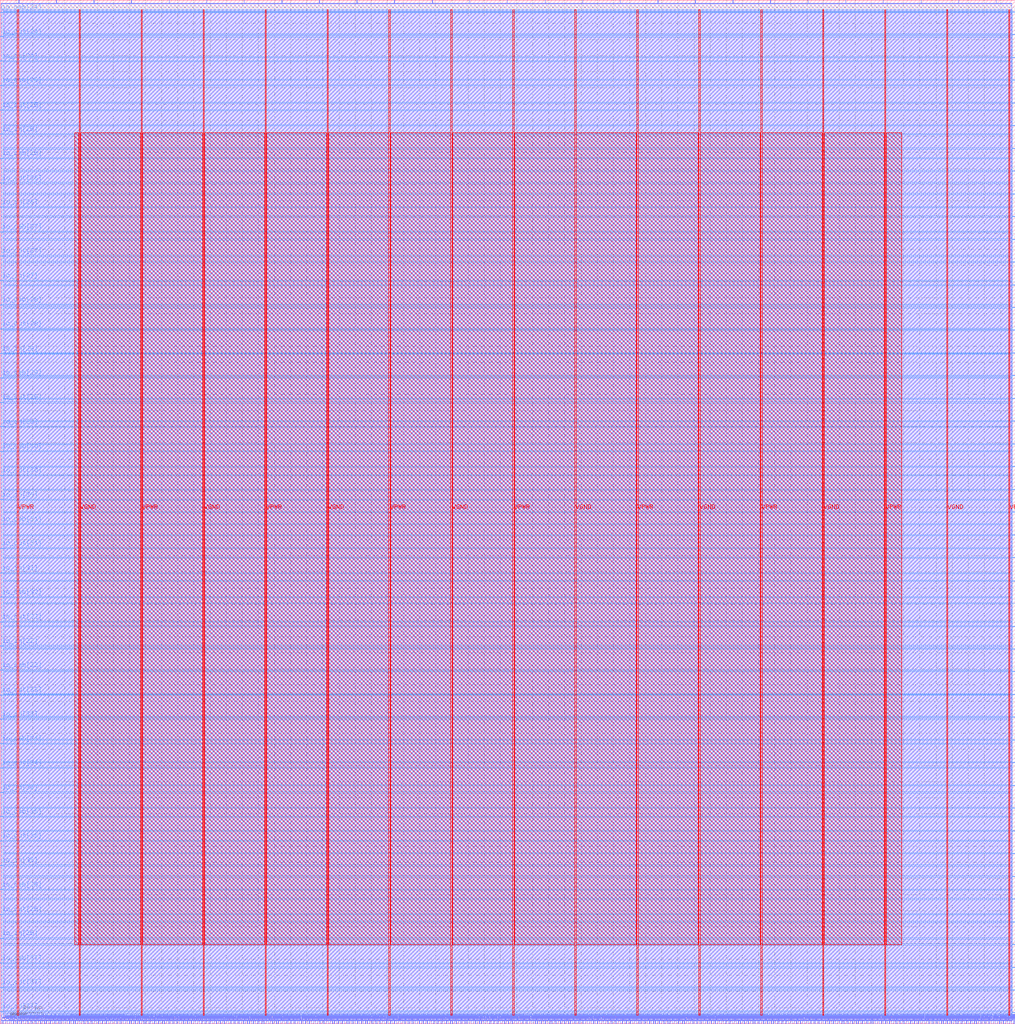
<source format=lef>
VERSION 5.7 ;
  NOWIREEXTENSIONATPIN ON ;
  DIVIDERCHAR "/" ;
  BUSBITCHARS "[]" ;
MACRO accelerator_top
  CLASS BLOCK ;
  FOREIGN accelerator_top ;
  ORIGIN 0.000 0.000 ;
  SIZE 1258.125 BY 1268.845 ;
  PIN io_in[0]
    DIRECTION INPUT ;
    USE SIGNAL ;
    PORT
      LAYER met3 ;
        RECT 1254.125 13.640 1258.125 14.240 ;
    END
  END io_in[0]
  PIN io_in[10]
    DIRECTION INPUT ;
    USE SIGNAL ;
    PORT
      LAYER met3 ;
        RECT 1254.125 859.560 1258.125 860.160 ;
    END
  END io_in[10]
  PIN io_in[11]
    DIRECTION INPUT ;
    USE SIGNAL ;
    PORT
      LAYER met3 ;
        RECT 1254.125 943.880 1258.125 944.480 ;
    END
  END io_in[11]
  PIN io_in[12]
    DIRECTION INPUT ;
    USE SIGNAL ;
    PORT
      LAYER met3 ;
        RECT 1254.125 1028.200 1258.125 1028.800 ;
    END
  END io_in[12]
  PIN io_in[13]
    DIRECTION INPUT ;
    USE SIGNAL ;
    PORT
      LAYER met3 ;
        RECT 1254.125 1113.200 1258.125 1113.800 ;
    END
  END io_in[13]
  PIN io_in[14]
    DIRECTION INPUT ;
    USE SIGNAL ;
    PORT
      LAYER met3 ;
        RECT 1254.125 1197.520 1258.125 1198.120 ;
    END
  END io_in[14]
  PIN io_in[15]
    DIRECTION INPUT ;
    USE SIGNAL ;
    PORT
      LAYER met2 ;
        RECT 1234.270 1264.845 1234.550 1268.845 ;
    END
  END io_in[15]
  PIN io_in[16]
    DIRECTION INPUT ;
    USE SIGNAL ;
    PORT
      LAYER met2 ;
        RECT 1094.430 1264.845 1094.710 1268.845 ;
    END
  END io_in[16]
  PIN io_in[17]
    DIRECTION INPUT ;
    USE SIGNAL ;
    PORT
      LAYER met2 ;
        RECT 954.590 1264.845 954.870 1268.845 ;
    END
  END io_in[17]
  PIN io_in[18]
    DIRECTION INPUT ;
    USE SIGNAL ;
    PORT
      LAYER met2 ;
        RECT 815.210 1264.845 815.490 1268.845 ;
    END
  END io_in[18]
  PIN io_in[19]
    DIRECTION INPUT ;
    USE SIGNAL ;
    PORT
      LAYER met2 ;
        RECT 675.370 1264.845 675.650 1268.845 ;
    END
  END io_in[19]
  PIN io_in[1]
    DIRECTION INPUT ;
    USE SIGNAL ;
    PORT
      LAYER met3 ;
        RECT 1254.125 97.960 1258.125 98.560 ;
    END
  END io_in[1]
  PIN io_in[20]
    DIRECTION INPUT ;
    USE SIGNAL ;
    PORT
      LAYER met2 ;
        RECT 535.530 1264.845 535.810 1268.845 ;
    END
  END io_in[20]
  PIN io_in[21]
    DIRECTION INPUT ;
    USE SIGNAL ;
    PORT
      LAYER met2 ;
        RECT 395.690 1264.845 395.970 1268.845 ;
    END
  END io_in[21]
  PIN io_in[22]
    DIRECTION INPUT ;
    USE SIGNAL ;
    PORT
      LAYER met2 ;
        RECT 255.850 1264.845 256.130 1268.845 ;
    END
  END io_in[22]
  PIN io_in[23]
    DIRECTION INPUT ;
    USE SIGNAL ;
    PORT
      LAYER met2 ;
        RECT 116.010 1264.845 116.290 1268.845 ;
    END
  END io_in[23]
  PIN io_in[24]
    DIRECTION INPUT ;
    USE SIGNAL ;
    PORT
      LAYER met3 ;
        RECT 0.000 1192.760 4.000 1193.360 ;
    END
  END io_in[24]
  PIN io_in[25]
    DIRECTION INPUT ;
    USE SIGNAL ;
    PORT
      LAYER met3 ;
        RECT 0.000 1102.320 4.000 1102.920 ;
    END
  END io_in[25]
  PIN io_in[26]
    DIRECTION INPUT ;
    USE SIGNAL ;
    PORT
      LAYER met3 ;
        RECT 0.000 1011.880 4.000 1012.480 ;
    END
  END io_in[26]
  PIN io_in[27]
    DIRECTION INPUT ;
    USE SIGNAL ;
    PORT
      LAYER met3 ;
        RECT 0.000 920.760 4.000 921.360 ;
    END
  END io_in[27]
  PIN io_in[28]
    DIRECTION INPUT ;
    USE SIGNAL ;
    PORT
      LAYER met3 ;
        RECT 0.000 830.320 4.000 830.920 ;
    END
  END io_in[28]
  PIN io_in[29]
    DIRECTION INPUT ;
    USE SIGNAL ;
    PORT
      LAYER met3 ;
        RECT 0.000 739.880 4.000 740.480 ;
    END
  END io_in[29]
  PIN io_in[2]
    DIRECTION INPUT ;
    USE SIGNAL ;
    PORT
      LAYER met3 ;
        RECT 1254.125 182.280 1258.125 182.880 ;
    END
  END io_in[2]
  PIN io_in[30]
    DIRECTION INPUT ;
    USE SIGNAL ;
    PORT
      LAYER met3 ;
        RECT 0.000 649.440 4.000 650.040 ;
    END
  END io_in[30]
  PIN io_in[31]
    DIRECTION INPUT ;
    USE SIGNAL ;
    PORT
      LAYER met3 ;
        RECT 0.000 558.320 4.000 558.920 ;
    END
  END io_in[31]
  PIN io_in[32]
    DIRECTION INPUT ;
    USE SIGNAL ;
    PORT
      LAYER met3 ;
        RECT 0.000 467.880 4.000 468.480 ;
    END
  END io_in[32]
  PIN io_in[33]
    DIRECTION INPUT ;
    USE SIGNAL ;
    PORT
      LAYER met3 ;
        RECT 0.000 377.440 4.000 378.040 ;
    END
  END io_in[33]
  PIN io_in[34]
    DIRECTION INPUT ;
    USE SIGNAL ;
    PORT
      LAYER met3 ;
        RECT 0.000 286.320 4.000 286.920 ;
    END
  END io_in[34]
  PIN io_in[35]
    DIRECTION INPUT ;
    USE SIGNAL ;
    PORT
      LAYER met3 ;
        RECT 0.000 195.880 4.000 196.480 ;
    END
  END io_in[35]
  PIN io_in[36]
    DIRECTION INPUT ;
    USE SIGNAL ;
    PORT
      LAYER met3 ;
        RECT 0.000 105.440 4.000 106.040 ;
    END
  END io_in[36]
  PIN io_in[37]
    DIRECTION INPUT ;
    USE SIGNAL ;
    PORT
      LAYER met3 ;
        RECT 0.000 15.000 4.000 15.600 ;
    END
  END io_in[37]
  PIN io_in[3]
    DIRECTION INPUT ;
    USE SIGNAL ;
    PORT
      LAYER met3 ;
        RECT 1254.125 267.280 1258.125 267.880 ;
    END
  END io_in[3]
  PIN io_in[4]
    DIRECTION INPUT ;
    USE SIGNAL ;
    PORT
      LAYER met3 ;
        RECT 1254.125 351.600 1258.125 352.200 ;
    END
  END io_in[4]
  PIN io_in[5]
    DIRECTION INPUT ;
    USE SIGNAL ;
    PORT
      LAYER met3 ;
        RECT 1254.125 436.600 1258.125 437.200 ;
    END
  END io_in[5]
  PIN io_in[6]
    DIRECTION INPUT ;
    USE SIGNAL ;
    PORT
      LAYER met3 ;
        RECT 1254.125 520.920 1258.125 521.520 ;
    END
  END io_in[6]
  PIN io_in[7]
    DIRECTION INPUT ;
    USE SIGNAL ;
    PORT
      LAYER met3 ;
        RECT 1254.125 605.240 1258.125 605.840 ;
    END
  END io_in[7]
  PIN io_in[8]
    DIRECTION INPUT ;
    USE SIGNAL ;
    PORT
      LAYER met3 ;
        RECT 1254.125 690.240 1258.125 690.840 ;
    END
  END io_in[8]
  PIN io_in[9]
    DIRECTION INPUT ;
    USE SIGNAL ;
    PORT
      LAYER met3 ;
        RECT 1254.125 774.560 1258.125 775.160 ;
    END
  END io_in[9]
  PIN io_oeb[0]
    DIRECTION OUTPUT TRISTATE ;
    USE SIGNAL ;
    PORT
      LAYER met3 ;
        RECT 1254.125 69.400 1258.125 70.000 ;
    END
  END io_oeb[0]
  PIN io_oeb[10]
    DIRECTION OUTPUT TRISTATE ;
    USE SIGNAL ;
    PORT
      LAYER met3 ;
        RECT 1254.125 915.320 1258.125 915.920 ;
    END
  END io_oeb[10]
  PIN io_oeb[11]
    DIRECTION OUTPUT TRISTATE ;
    USE SIGNAL ;
    PORT
      LAYER met3 ;
        RECT 1254.125 1000.320 1258.125 1000.920 ;
    END
  END io_oeb[11]
  PIN io_oeb[12]
    DIRECTION OUTPUT TRISTATE ;
    USE SIGNAL ;
    PORT
      LAYER met3 ;
        RECT 1254.125 1084.640 1258.125 1085.240 ;
    END
  END io_oeb[12]
  PIN io_oeb[13]
    DIRECTION OUTPUT TRISTATE ;
    USE SIGNAL ;
    PORT
      LAYER met3 ;
        RECT 1254.125 1169.640 1258.125 1170.240 ;
    END
  END io_oeb[13]
  PIN io_oeb[14]
    DIRECTION OUTPUT TRISTATE ;
    USE SIGNAL ;
    PORT
      LAYER met3 ;
        RECT 1254.125 1253.960 1258.125 1254.560 ;
    END
  END io_oeb[14]
  PIN io_oeb[15]
    DIRECTION OUTPUT TRISTATE ;
    USE SIGNAL ;
    PORT
      LAYER met2 ;
        RECT 1141.350 1264.845 1141.630 1268.845 ;
    END
  END io_oeb[15]
  PIN io_oeb[16]
    DIRECTION OUTPUT TRISTATE ;
    USE SIGNAL ;
    PORT
      LAYER met2 ;
        RECT 1001.510 1264.845 1001.790 1268.845 ;
    END
  END io_oeb[16]
  PIN io_oeb[17]
    DIRECTION OUTPUT TRISTATE ;
    USE SIGNAL ;
    PORT
      LAYER met2 ;
        RECT 861.670 1264.845 861.950 1268.845 ;
    END
  END io_oeb[17]
  PIN io_oeb[18]
    DIRECTION OUTPUT TRISTATE ;
    USE SIGNAL ;
    PORT
      LAYER met2 ;
        RECT 721.830 1264.845 722.110 1268.845 ;
    END
  END io_oeb[18]
  PIN io_oeb[19]
    DIRECTION OUTPUT TRISTATE ;
    USE SIGNAL ;
    PORT
      LAYER met2 ;
        RECT 581.990 1264.845 582.270 1268.845 ;
    END
  END io_oeb[19]
  PIN io_oeb[1]
    DIRECTION OUTPUT TRISTATE ;
    USE SIGNAL ;
    PORT
      LAYER met3 ;
        RECT 1254.125 154.400 1258.125 155.000 ;
    END
  END io_oeb[1]
  PIN io_oeb[20]
    DIRECTION OUTPUT TRISTATE ;
    USE SIGNAL ;
    PORT
      LAYER met2 ;
        RECT 442.150 1264.845 442.430 1268.845 ;
    END
  END io_oeb[20]
  PIN io_oeb[21]
    DIRECTION OUTPUT TRISTATE ;
    USE SIGNAL ;
    PORT
      LAYER met2 ;
        RECT 302.310 1264.845 302.590 1268.845 ;
    END
  END io_oeb[21]
  PIN io_oeb[22]
    DIRECTION OUTPUT TRISTATE ;
    USE SIGNAL ;
    PORT
      LAYER met2 ;
        RECT 162.470 1264.845 162.750 1268.845 ;
    END
  END io_oeb[22]
  PIN io_oeb[23]
    DIRECTION OUTPUT TRISTATE ;
    USE SIGNAL ;
    PORT
      LAYER met2 ;
        RECT 23.090 1264.845 23.370 1268.845 ;
    END
  END io_oeb[23]
  PIN io_oeb[24]
    DIRECTION OUTPUT TRISTATE ;
    USE SIGNAL ;
    PORT
      LAYER met3 ;
        RECT 0.000 1253.280 4.000 1253.880 ;
    END
  END io_oeb[24]
  PIN io_oeb[25]
    DIRECTION OUTPUT TRISTATE ;
    USE SIGNAL ;
    PORT
      LAYER met3 ;
        RECT 0.000 1162.840 4.000 1163.440 ;
    END
  END io_oeb[25]
  PIN io_oeb[26]
    DIRECTION OUTPUT TRISTATE ;
    USE SIGNAL ;
    PORT
      LAYER met3 ;
        RECT 0.000 1072.400 4.000 1073.000 ;
    END
  END io_oeb[26]
  PIN io_oeb[27]
    DIRECTION OUTPUT TRISTATE ;
    USE SIGNAL ;
    PORT
      LAYER met3 ;
        RECT 0.000 981.280 4.000 981.880 ;
    END
  END io_oeb[27]
  PIN io_oeb[28]
    DIRECTION OUTPUT TRISTATE ;
    USE SIGNAL ;
    PORT
      LAYER met3 ;
        RECT 0.000 890.840 4.000 891.440 ;
    END
  END io_oeb[28]
  PIN io_oeb[29]
    DIRECTION OUTPUT TRISTATE ;
    USE SIGNAL ;
    PORT
      LAYER met3 ;
        RECT 0.000 800.400 4.000 801.000 ;
    END
  END io_oeb[29]
  PIN io_oeb[2]
    DIRECTION OUTPUT TRISTATE ;
    USE SIGNAL ;
    PORT
      LAYER met3 ;
        RECT 1254.125 238.720 1258.125 239.320 ;
    END
  END io_oeb[2]
  PIN io_oeb[30]
    DIRECTION OUTPUT TRISTATE ;
    USE SIGNAL ;
    PORT
      LAYER met3 ;
        RECT 0.000 709.280 4.000 709.880 ;
    END
  END io_oeb[30]
  PIN io_oeb[31]
    DIRECTION OUTPUT TRISTATE ;
    USE SIGNAL ;
    PORT
      LAYER met3 ;
        RECT 0.000 618.840 4.000 619.440 ;
    END
  END io_oeb[31]
  PIN io_oeb[32]
    DIRECTION OUTPUT TRISTATE ;
    USE SIGNAL ;
    PORT
      LAYER met3 ;
        RECT 0.000 528.400 4.000 529.000 ;
    END
  END io_oeb[32]
  PIN io_oeb[33]
    DIRECTION OUTPUT TRISTATE ;
    USE SIGNAL ;
    PORT
      LAYER met3 ;
        RECT 0.000 437.960 4.000 438.560 ;
    END
  END io_oeb[33]
  PIN io_oeb[34]
    DIRECTION OUTPUT TRISTATE ;
    USE SIGNAL ;
    PORT
      LAYER met3 ;
        RECT 0.000 346.840 4.000 347.440 ;
    END
  END io_oeb[34]
  PIN io_oeb[35]
    DIRECTION OUTPUT TRISTATE ;
    USE SIGNAL ;
    PORT
      LAYER met3 ;
        RECT 0.000 256.400 4.000 257.000 ;
    END
  END io_oeb[35]
  PIN io_oeb[36]
    DIRECTION OUTPUT TRISTATE ;
    USE SIGNAL ;
    PORT
      LAYER met3 ;
        RECT 0.000 165.960 4.000 166.560 ;
    END
  END io_oeb[36]
  PIN io_oeb[37]
    DIRECTION OUTPUT TRISTATE ;
    USE SIGNAL ;
    PORT
      LAYER met3 ;
        RECT 0.000 74.840 4.000 75.440 ;
    END
  END io_oeb[37]
  PIN io_oeb[3]
    DIRECTION OUTPUT TRISTATE ;
    USE SIGNAL ;
    PORT
      LAYER met3 ;
        RECT 1254.125 323.720 1258.125 324.320 ;
    END
  END io_oeb[3]
  PIN io_oeb[4]
    DIRECTION OUTPUT TRISTATE ;
    USE SIGNAL ;
    PORT
      LAYER met3 ;
        RECT 1254.125 408.040 1258.125 408.640 ;
    END
  END io_oeb[4]
  PIN io_oeb[5]
    DIRECTION OUTPUT TRISTATE ;
    USE SIGNAL ;
    PORT
      LAYER met3 ;
        RECT 1254.125 492.360 1258.125 492.960 ;
    END
  END io_oeb[5]
  PIN io_oeb[6]
    DIRECTION OUTPUT TRISTATE ;
    USE SIGNAL ;
    PORT
      LAYER met3 ;
        RECT 1254.125 577.360 1258.125 577.960 ;
    END
  END io_oeb[6]
  PIN io_oeb[7]
    DIRECTION OUTPUT TRISTATE ;
    USE SIGNAL ;
    PORT
      LAYER met3 ;
        RECT 1254.125 661.680 1258.125 662.280 ;
    END
  END io_oeb[7]
  PIN io_oeb[8]
    DIRECTION OUTPUT TRISTATE ;
    USE SIGNAL ;
    PORT
      LAYER met3 ;
        RECT 1254.125 746.680 1258.125 747.280 ;
    END
  END io_oeb[8]
  PIN io_oeb[9]
    DIRECTION OUTPUT TRISTATE ;
    USE SIGNAL ;
    PORT
      LAYER met3 ;
        RECT 1254.125 831.000 1258.125 831.600 ;
    END
  END io_oeb[9]
  PIN io_out[0]
    DIRECTION OUTPUT TRISTATE ;
    USE SIGNAL ;
    PORT
      LAYER met3 ;
        RECT 1254.125 41.520 1258.125 42.120 ;
    END
  END io_out[0]
  PIN io_out[10]
    DIRECTION OUTPUT TRISTATE ;
    USE SIGNAL ;
    PORT
      LAYER met3 ;
        RECT 1254.125 887.440 1258.125 888.040 ;
    END
  END io_out[10]
  PIN io_out[11]
    DIRECTION OUTPUT TRISTATE ;
    USE SIGNAL ;
    PORT
      LAYER met3 ;
        RECT 1254.125 971.760 1258.125 972.360 ;
    END
  END io_out[11]
  PIN io_out[12]
    DIRECTION OUTPUT TRISTATE ;
    USE SIGNAL ;
    PORT
      LAYER met3 ;
        RECT 1254.125 1056.760 1258.125 1057.360 ;
    END
  END io_out[12]
  PIN io_out[13]
    DIRECTION OUTPUT TRISTATE ;
    USE SIGNAL ;
    PORT
      LAYER met3 ;
        RECT 1254.125 1141.080 1258.125 1141.680 ;
    END
  END io_out[13]
  PIN io_out[14]
    DIRECTION OUTPUT TRISTATE ;
    USE SIGNAL ;
    PORT
      LAYER met3 ;
        RECT 1254.125 1226.080 1258.125 1226.680 ;
    END
  END io_out[14]
  PIN io_out[15]
    DIRECTION OUTPUT TRISTATE ;
    USE SIGNAL ;
    PORT
      LAYER met2 ;
        RECT 1187.810 1264.845 1188.090 1268.845 ;
    END
  END io_out[15]
  PIN io_out[16]
    DIRECTION OUTPUT TRISTATE ;
    USE SIGNAL ;
    PORT
      LAYER met2 ;
        RECT 1047.970 1264.845 1048.250 1268.845 ;
    END
  END io_out[16]
  PIN io_out[17]
    DIRECTION OUTPUT TRISTATE ;
    USE SIGNAL ;
    PORT
      LAYER met2 ;
        RECT 908.130 1264.845 908.410 1268.845 ;
    END
  END io_out[17]
  PIN io_out[18]
    DIRECTION OUTPUT TRISTATE ;
    USE SIGNAL ;
    PORT
      LAYER met2 ;
        RECT 768.290 1264.845 768.570 1268.845 ;
    END
  END io_out[18]
  PIN io_out[19]
    DIRECTION OUTPUT TRISTATE ;
    USE SIGNAL ;
    PORT
      LAYER met2 ;
        RECT 628.450 1264.845 628.730 1268.845 ;
    END
  END io_out[19]
  PIN io_out[1]
    DIRECTION OUTPUT TRISTATE ;
    USE SIGNAL ;
    PORT
      LAYER met3 ;
        RECT 1254.125 125.840 1258.125 126.440 ;
    END
  END io_out[1]
  PIN io_out[20]
    DIRECTION OUTPUT TRISTATE ;
    USE SIGNAL ;
    PORT
      LAYER met2 ;
        RECT 488.610 1264.845 488.890 1268.845 ;
    END
  END io_out[20]
  PIN io_out[21]
    DIRECTION OUTPUT TRISTATE ;
    USE SIGNAL ;
    PORT
      LAYER met2 ;
        RECT 349.230 1264.845 349.510 1268.845 ;
    END
  END io_out[21]
  PIN io_out[22]
    DIRECTION OUTPUT TRISTATE ;
    USE SIGNAL ;
    PORT
      LAYER met2 ;
        RECT 209.390 1264.845 209.670 1268.845 ;
    END
  END io_out[22]
  PIN io_out[23]
    DIRECTION OUTPUT TRISTATE ;
    USE SIGNAL ;
    PORT
      LAYER met2 ;
        RECT 69.550 1264.845 69.830 1268.845 ;
    END
  END io_out[23]
  PIN io_out[24]
    DIRECTION OUTPUT TRISTATE ;
    USE SIGNAL ;
    PORT
      LAYER met3 ;
        RECT 0.000 1223.360 4.000 1223.960 ;
    END
  END io_out[24]
  PIN io_out[25]
    DIRECTION OUTPUT TRISTATE ;
    USE SIGNAL ;
    PORT
      LAYER met3 ;
        RECT 0.000 1132.240 4.000 1132.840 ;
    END
  END io_out[25]
  PIN io_out[26]
    DIRECTION OUTPUT TRISTATE ;
    USE SIGNAL ;
    PORT
      LAYER met3 ;
        RECT 0.000 1041.800 4.000 1042.400 ;
    END
  END io_out[26]
  PIN io_out[27]
    DIRECTION OUTPUT TRISTATE ;
    USE SIGNAL ;
    PORT
      LAYER met3 ;
        RECT 0.000 951.360 4.000 951.960 ;
    END
  END io_out[27]
  PIN io_out[28]
    DIRECTION OUTPUT TRISTATE ;
    USE SIGNAL ;
    PORT
      LAYER met3 ;
        RECT 0.000 860.920 4.000 861.520 ;
    END
  END io_out[28]
  PIN io_out[29]
    DIRECTION OUTPUT TRISTATE ;
    USE SIGNAL ;
    PORT
      LAYER met3 ;
        RECT 0.000 769.800 4.000 770.400 ;
    END
  END io_out[29]
  PIN io_out[2]
    DIRECTION OUTPUT TRISTATE ;
    USE SIGNAL ;
    PORT
      LAYER met3 ;
        RECT 1254.125 210.840 1258.125 211.440 ;
    END
  END io_out[2]
  PIN io_out[30]
    DIRECTION OUTPUT TRISTATE ;
    USE SIGNAL ;
    PORT
      LAYER met3 ;
        RECT 0.000 679.360 4.000 679.960 ;
    END
  END io_out[30]
  PIN io_out[31]
    DIRECTION OUTPUT TRISTATE ;
    USE SIGNAL ;
    PORT
      LAYER met3 ;
        RECT 0.000 588.920 4.000 589.520 ;
    END
  END io_out[31]
  PIN io_out[32]
    DIRECTION OUTPUT TRISTATE ;
    USE SIGNAL ;
    PORT
      LAYER met3 ;
        RECT 0.000 497.800 4.000 498.400 ;
    END
  END io_out[32]
  PIN io_out[33]
    DIRECTION OUTPUT TRISTATE ;
    USE SIGNAL ;
    PORT
      LAYER met3 ;
        RECT 0.000 407.360 4.000 407.960 ;
    END
  END io_out[33]
  PIN io_out[34]
    DIRECTION OUTPUT TRISTATE ;
    USE SIGNAL ;
    PORT
      LAYER met3 ;
        RECT 0.000 316.920 4.000 317.520 ;
    END
  END io_out[34]
  PIN io_out[35]
    DIRECTION OUTPUT TRISTATE ;
    USE SIGNAL ;
    PORT
      LAYER met3 ;
        RECT 0.000 226.480 4.000 227.080 ;
    END
  END io_out[35]
  PIN io_out[36]
    DIRECTION OUTPUT TRISTATE ;
    USE SIGNAL ;
    PORT
      LAYER met3 ;
        RECT 0.000 135.360 4.000 135.960 ;
    END
  END io_out[36]
  PIN io_out[37]
    DIRECTION OUTPUT TRISTATE ;
    USE SIGNAL ;
    PORT
      LAYER met3 ;
        RECT 0.000 44.920 4.000 45.520 ;
    END
  END io_out[37]
  PIN io_out[3]
    DIRECTION OUTPUT TRISTATE ;
    USE SIGNAL ;
    PORT
      LAYER met3 ;
        RECT 1254.125 295.160 1258.125 295.760 ;
    END
  END io_out[3]
  PIN io_out[4]
    DIRECTION OUTPUT TRISTATE ;
    USE SIGNAL ;
    PORT
      LAYER met3 ;
        RECT 1254.125 380.160 1258.125 380.760 ;
    END
  END io_out[4]
  PIN io_out[5]
    DIRECTION OUTPUT TRISTATE ;
    USE SIGNAL ;
    PORT
      LAYER met3 ;
        RECT 1254.125 464.480 1258.125 465.080 ;
    END
  END io_out[5]
  PIN io_out[6]
    DIRECTION OUTPUT TRISTATE ;
    USE SIGNAL ;
    PORT
      LAYER met3 ;
        RECT 1254.125 548.800 1258.125 549.400 ;
    END
  END io_out[6]
  PIN io_out[7]
    DIRECTION OUTPUT TRISTATE ;
    USE SIGNAL ;
    PORT
      LAYER met3 ;
        RECT 1254.125 633.800 1258.125 634.400 ;
    END
  END io_out[7]
  PIN io_out[8]
    DIRECTION OUTPUT TRISTATE ;
    USE SIGNAL ;
    PORT
      LAYER met3 ;
        RECT 1254.125 718.120 1258.125 718.720 ;
    END
  END io_out[8]
  PIN io_out[9]
    DIRECTION OUTPUT TRISTATE ;
    USE SIGNAL ;
    PORT
      LAYER met3 ;
        RECT 1254.125 803.120 1258.125 803.720 ;
    END
  END io_out[9]
  PIN la_data_in[0]
    DIRECTION INPUT ;
    USE SIGNAL ;
    PORT
      LAYER met2 ;
        RECT 272.870 0.000 273.150 4.000 ;
    END
  END la_data_in[0]
  PIN la_data_in[100]
    DIRECTION INPUT ;
    USE SIGNAL ;
    PORT
      LAYER met2 ;
        RECT 1043.370 0.000 1043.650 4.000 ;
    END
  END la_data_in[100]
  PIN la_data_in[101]
    DIRECTION INPUT ;
    USE SIGNAL ;
    PORT
      LAYER met2 ;
        RECT 1050.730 0.000 1051.010 4.000 ;
    END
  END la_data_in[101]
  PIN la_data_in[102]
    DIRECTION INPUT ;
    USE SIGNAL ;
    PORT
      LAYER met2 ;
        RECT 1058.550 0.000 1058.830 4.000 ;
    END
  END la_data_in[102]
  PIN la_data_in[103]
    DIRECTION INPUT ;
    USE SIGNAL ;
    PORT
      LAYER met2 ;
        RECT 1066.370 0.000 1066.650 4.000 ;
    END
  END la_data_in[103]
  PIN la_data_in[104]
    DIRECTION INPUT ;
    USE SIGNAL ;
    PORT
      LAYER met2 ;
        RECT 1074.190 0.000 1074.470 4.000 ;
    END
  END la_data_in[104]
  PIN la_data_in[105]
    DIRECTION INPUT ;
    USE SIGNAL ;
    PORT
      LAYER met2 ;
        RECT 1081.550 0.000 1081.830 4.000 ;
    END
  END la_data_in[105]
  PIN la_data_in[106]
    DIRECTION INPUT ;
    USE SIGNAL ;
    PORT
      LAYER met2 ;
        RECT 1089.370 0.000 1089.650 4.000 ;
    END
  END la_data_in[106]
  PIN la_data_in[107]
    DIRECTION INPUT ;
    USE SIGNAL ;
    PORT
      LAYER met2 ;
        RECT 1097.190 0.000 1097.470 4.000 ;
    END
  END la_data_in[107]
  PIN la_data_in[108]
    DIRECTION INPUT ;
    USE SIGNAL ;
    PORT
      LAYER met2 ;
        RECT 1105.010 0.000 1105.290 4.000 ;
    END
  END la_data_in[108]
  PIN la_data_in[109]
    DIRECTION INPUT ;
    USE SIGNAL ;
    PORT
      LAYER met2 ;
        RECT 1112.370 0.000 1112.650 4.000 ;
    END
  END la_data_in[109]
  PIN la_data_in[10]
    DIRECTION INPUT ;
    USE SIGNAL ;
    PORT
      LAYER met2 ;
        RECT 350.150 0.000 350.430 4.000 ;
    END
  END la_data_in[10]
  PIN la_data_in[110]
    DIRECTION INPUT ;
    USE SIGNAL ;
    PORT
      LAYER met2 ;
        RECT 1120.190 0.000 1120.470 4.000 ;
    END
  END la_data_in[110]
  PIN la_data_in[111]
    DIRECTION INPUT ;
    USE SIGNAL ;
    PORT
      LAYER met2 ;
        RECT 1128.010 0.000 1128.290 4.000 ;
    END
  END la_data_in[111]
  PIN la_data_in[112]
    DIRECTION INPUT ;
    USE SIGNAL ;
    PORT
      LAYER met2 ;
        RECT 1135.830 0.000 1136.110 4.000 ;
    END
  END la_data_in[112]
  PIN la_data_in[113]
    DIRECTION INPUT ;
    USE SIGNAL ;
    PORT
      LAYER met2 ;
        RECT 1143.190 0.000 1143.470 4.000 ;
    END
  END la_data_in[113]
  PIN la_data_in[114]
    DIRECTION INPUT ;
    USE SIGNAL ;
    PORT
      LAYER met2 ;
        RECT 1151.010 0.000 1151.290 4.000 ;
    END
  END la_data_in[114]
  PIN la_data_in[115]
    DIRECTION INPUT ;
    USE SIGNAL ;
    PORT
      LAYER met2 ;
        RECT 1158.830 0.000 1159.110 4.000 ;
    END
  END la_data_in[115]
  PIN la_data_in[116]
    DIRECTION INPUT ;
    USE SIGNAL ;
    PORT
      LAYER met2 ;
        RECT 1166.650 0.000 1166.930 4.000 ;
    END
  END la_data_in[116]
  PIN la_data_in[117]
    DIRECTION INPUT ;
    USE SIGNAL ;
    PORT
      LAYER met2 ;
        RECT 1174.010 0.000 1174.290 4.000 ;
    END
  END la_data_in[117]
  PIN la_data_in[118]
    DIRECTION INPUT ;
    USE SIGNAL ;
    PORT
      LAYER met2 ;
        RECT 1181.830 0.000 1182.110 4.000 ;
    END
  END la_data_in[118]
  PIN la_data_in[119]
    DIRECTION INPUT ;
    USE SIGNAL ;
    PORT
      LAYER met2 ;
        RECT 1189.650 0.000 1189.930 4.000 ;
    END
  END la_data_in[119]
  PIN la_data_in[11]
    DIRECTION INPUT ;
    USE SIGNAL ;
    PORT
      LAYER met2 ;
        RECT 357.510 0.000 357.790 4.000 ;
    END
  END la_data_in[11]
  PIN la_data_in[120]
    DIRECTION INPUT ;
    USE SIGNAL ;
    PORT
      LAYER met2 ;
        RECT 1197.470 0.000 1197.750 4.000 ;
    END
  END la_data_in[120]
  PIN la_data_in[121]
    DIRECTION INPUT ;
    USE SIGNAL ;
    PORT
      LAYER met2 ;
        RECT 1204.830 0.000 1205.110 4.000 ;
    END
  END la_data_in[121]
  PIN la_data_in[122]
    DIRECTION INPUT ;
    USE SIGNAL ;
    PORT
      LAYER met2 ;
        RECT 1212.650 0.000 1212.930 4.000 ;
    END
  END la_data_in[122]
  PIN la_data_in[123]
    DIRECTION INPUT ;
    USE SIGNAL ;
    PORT
      LAYER met2 ;
        RECT 1220.470 0.000 1220.750 4.000 ;
    END
  END la_data_in[123]
  PIN la_data_in[124]
    DIRECTION INPUT ;
    USE SIGNAL ;
    PORT
      LAYER met2 ;
        RECT 1228.290 0.000 1228.570 4.000 ;
    END
  END la_data_in[124]
  PIN la_data_in[125]
    DIRECTION INPUT ;
    USE SIGNAL ;
    PORT
      LAYER met2 ;
        RECT 1235.650 0.000 1235.930 4.000 ;
    END
  END la_data_in[125]
  PIN la_data_in[126]
    DIRECTION INPUT ;
    USE SIGNAL ;
    PORT
      LAYER met2 ;
        RECT 1243.470 0.000 1243.750 4.000 ;
    END
  END la_data_in[126]
  PIN la_data_in[127]
    DIRECTION INPUT ;
    USE SIGNAL ;
    PORT
      LAYER met2 ;
        RECT 1251.290 0.000 1251.570 4.000 ;
    END
  END la_data_in[127]
  PIN la_data_in[12]
    DIRECTION INPUT ;
    USE SIGNAL ;
    PORT
      LAYER met2 ;
        RECT 365.330 0.000 365.610 4.000 ;
    END
  END la_data_in[12]
  PIN la_data_in[13]
    DIRECTION INPUT ;
    USE SIGNAL ;
    PORT
      LAYER met2 ;
        RECT 373.150 0.000 373.430 4.000 ;
    END
  END la_data_in[13]
  PIN la_data_in[14]
    DIRECTION INPUT ;
    USE SIGNAL ;
    PORT
      LAYER met2 ;
        RECT 380.970 0.000 381.250 4.000 ;
    END
  END la_data_in[14]
  PIN la_data_in[15]
    DIRECTION INPUT ;
    USE SIGNAL ;
    PORT
      LAYER met2 ;
        RECT 388.330 0.000 388.610 4.000 ;
    END
  END la_data_in[15]
  PIN la_data_in[16]
    DIRECTION INPUT ;
    USE SIGNAL ;
    PORT
      LAYER met2 ;
        RECT 396.150 0.000 396.430 4.000 ;
    END
  END la_data_in[16]
  PIN la_data_in[17]
    DIRECTION INPUT ;
    USE SIGNAL ;
    PORT
      LAYER met2 ;
        RECT 403.970 0.000 404.250 4.000 ;
    END
  END la_data_in[17]
  PIN la_data_in[18]
    DIRECTION INPUT ;
    USE SIGNAL ;
    PORT
      LAYER met2 ;
        RECT 411.790 0.000 412.070 4.000 ;
    END
  END la_data_in[18]
  PIN la_data_in[19]
    DIRECTION INPUT ;
    USE SIGNAL ;
    PORT
      LAYER met2 ;
        RECT 419.150 0.000 419.430 4.000 ;
    END
  END la_data_in[19]
  PIN la_data_in[1]
    DIRECTION INPUT ;
    USE SIGNAL ;
    PORT
      LAYER met2 ;
        RECT 280.690 0.000 280.970 4.000 ;
    END
  END la_data_in[1]
  PIN la_data_in[20]
    DIRECTION INPUT ;
    USE SIGNAL ;
    PORT
      LAYER met2 ;
        RECT 426.970 0.000 427.250 4.000 ;
    END
  END la_data_in[20]
  PIN la_data_in[21]
    DIRECTION INPUT ;
    USE SIGNAL ;
    PORT
      LAYER met2 ;
        RECT 434.790 0.000 435.070 4.000 ;
    END
  END la_data_in[21]
  PIN la_data_in[22]
    DIRECTION INPUT ;
    USE SIGNAL ;
    PORT
      LAYER met2 ;
        RECT 442.610 0.000 442.890 4.000 ;
    END
  END la_data_in[22]
  PIN la_data_in[23]
    DIRECTION INPUT ;
    USE SIGNAL ;
    PORT
      LAYER met2 ;
        RECT 449.970 0.000 450.250 4.000 ;
    END
  END la_data_in[23]
  PIN la_data_in[24]
    DIRECTION INPUT ;
    USE SIGNAL ;
    PORT
      LAYER met2 ;
        RECT 457.790 0.000 458.070 4.000 ;
    END
  END la_data_in[24]
  PIN la_data_in[25]
    DIRECTION INPUT ;
    USE SIGNAL ;
    PORT
      LAYER met2 ;
        RECT 465.610 0.000 465.890 4.000 ;
    END
  END la_data_in[25]
  PIN la_data_in[26]
    DIRECTION INPUT ;
    USE SIGNAL ;
    PORT
      LAYER met2 ;
        RECT 473.430 0.000 473.710 4.000 ;
    END
  END la_data_in[26]
  PIN la_data_in[27]
    DIRECTION INPUT ;
    USE SIGNAL ;
    PORT
      LAYER met2 ;
        RECT 480.790 0.000 481.070 4.000 ;
    END
  END la_data_in[27]
  PIN la_data_in[28]
    DIRECTION INPUT ;
    USE SIGNAL ;
    PORT
      LAYER met2 ;
        RECT 488.610 0.000 488.890 4.000 ;
    END
  END la_data_in[28]
  PIN la_data_in[29]
    DIRECTION INPUT ;
    USE SIGNAL ;
    PORT
      LAYER met2 ;
        RECT 496.430 0.000 496.710 4.000 ;
    END
  END la_data_in[29]
  PIN la_data_in[2]
    DIRECTION INPUT ;
    USE SIGNAL ;
    PORT
      LAYER met2 ;
        RECT 288.510 0.000 288.790 4.000 ;
    END
  END la_data_in[2]
  PIN la_data_in[30]
    DIRECTION INPUT ;
    USE SIGNAL ;
    PORT
      LAYER met2 ;
        RECT 504.250 0.000 504.530 4.000 ;
    END
  END la_data_in[30]
  PIN la_data_in[31]
    DIRECTION INPUT ;
    USE SIGNAL ;
    PORT
      LAYER met2 ;
        RECT 511.610 0.000 511.890 4.000 ;
    END
  END la_data_in[31]
  PIN la_data_in[32]
    DIRECTION INPUT ;
    USE SIGNAL ;
    PORT
      LAYER met2 ;
        RECT 519.430 0.000 519.710 4.000 ;
    END
  END la_data_in[32]
  PIN la_data_in[33]
    DIRECTION INPUT ;
    USE SIGNAL ;
    PORT
      LAYER met2 ;
        RECT 527.250 0.000 527.530 4.000 ;
    END
  END la_data_in[33]
  PIN la_data_in[34]
    DIRECTION INPUT ;
    USE SIGNAL ;
    PORT
      LAYER met2 ;
        RECT 534.610 0.000 534.890 4.000 ;
    END
  END la_data_in[34]
  PIN la_data_in[35]
    DIRECTION INPUT ;
    USE SIGNAL ;
    PORT
      LAYER met2 ;
        RECT 542.430 0.000 542.710 4.000 ;
    END
  END la_data_in[35]
  PIN la_data_in[36]
    DIRECTION INPUT ;
    USE SIGNAL ;
    PORT
      LAYER met2 ;
        RECT 550.250 0.000 550.530 4.000 ;
    END
  END la_data_in[36]
  PIN la_data_in[37]
    DIRECTION INPUT ;
    USE SIGNAL ;
    PORT
      LAYER met2 ;
        RECT 558.070 0.000 558.350 4.000 ;
    END
  END la_data_in[37]
  PIN la_data_in[38]
    DIRECTION INPUT ;
    USE SIGNAL ;
    PORT
      LAYER met2 ;
        RECT 565.430 0.000 565.710 4.000 ;
    END
  END la_data_in[38]
  PIN la_data_in[39]
    DIRECTION INPUT ;
    USE SIGNAL ;
    PORT
      LAYER met2 ;
        RECT 573.250 0.000 573.530 4.000 ;
    END
  END la_data_in[39]
  PIN la_data_in[3]
    DIRECTION INPUT ;
    USE SIGNAL ;
    PORT
      LAYER met2 ;
        RECT 295.870 0.000 296.150 4.000 ;
    END
  END la_data_in[3]
  PIN la_data_in[40]
    DIRECTION INPUT ;
    USE SIGNAL ;
    PORT
      LAYER met2 ;
        RECT 581.070 0.000 581.350 4.000 ;
    END
  END la_data_in[40]
  PIN la_data_in[41]
    DIRECTION INPUT ;
    USE SIGNAL ;
    PORT
      LAYER met2 ;
        RECT 588.890 0.000 589.170 4.000 ;
    END
  END la_data_in[41]
  PIN la_data_in[42]
    DIRECTION INPUT ;
    USE SIGNAL ;
    PORT
      LAYER met2 ;
        RECT 596.250 0.000 596.530 4.000 ;
    END
  END la_data_in[42]
  PIN la_data_in[43]
    DIRECTION INPUT ;
    USE SIGNAL ;
    PORT
      LAYER met2 ;
        RECT 604.070 0.000 604.350 4.000 ;
    END
  END la_data_in[43]
  PIN la_data_in[44]
    DIRECTION INPUT ;
    USE SIGNAL ;
    PORT
      LAYER met2 ;
        RECT 611.890 0.000 612.170 4.000 ;
    END
  END la_data_in[44]
  PIN la_data_in[45]
    DIRECTION INPUT ;
    USE SIGNAL ;
    PORT
      LAYER met2 ;
        RECT 619.710 0.000 619.990 4.000 ;
    END
  END la_data_in[45]
  PIN la_data_in[46]
    DIRECTION INPUT ;
    USE SIGNAL ;
    PORT
      LAYER met2 ;
        RECT 627.070 0.000 627.350 4.000 ;
    END
  END la_data_in[46]
  PIN la_data_in[47]
    DIRECTION INPUT ;
    USE SIGNAL ;
    PORT
      LAYER met2 ;
        RECT 634.890 0.000 635.170 4.000 ;
    END
  END la_data_in[47]
  PIN la_data_in[48]
    DIRECTION INPUT ;
    USE SIGNAL ;
    PORT
      LAYER met2 ;
        RECT 642.710 0.000 642.990 4.000 ;
    END
  END la_data_in[48]
  PIN la_data_in[49]
    DIRECTION INPUT ;
    USE SIGNAL ;
    PORT
      LAYER met2 ;
        RECT 650.530 0.000 650.810 4.000 ;
    END
  END la_data_in[49]
  PIN la_data_in[4]
    DIRECTION INPUT ;
    USE SIGNAL ;
    PORT
      LAYER met2 ;
        RECT 303.690 0.000 303.970 4.000 ;
    END
  END la_data_in[4]
  PIN la_data_in[50]
    DIRECTION INPUT ;
    USE SIGNAL ;
    PORT
      LAYER met2 ;
        RECT 657.890 0.000 658.170 4.000 ;
    END
  END la_data_in[50]
  PIN la_data_in[51]
    DIRECTION INPUT ;
    USE SIGNAL ;
    PORT
      LAYER met2 ;
        RECT 665.710 0.000 665.990 4.000 ;
    END
  END la_data_in[51]
  PIN la_data_in[52]
    DIRECTION INPUT ;
    USE SIGNAL ;
    PORT
      LAYER met2 ;
        RECT 673.530 0.000 673.810 4.000 ;
    END
  END la_data_in[52]
  PIN la_data_in[53]
    DIRECTION INPUT ;
    USE SIGNAL ;
    PORT
      LAYER met2 ;
        RECT 681.350 0.000 681.630 4.000 ;
    END
  END la_data_in[53]
  PIN la_data_in[54]
    DIRECTION INPUT ;
    USE SIGNAL ;
    PORT
      LAYER met2 ;
        RECT 688.710 0.000 688.990 4.000 ;
    END
  END la_data_in[54]
  PIN la_data_in[55]
    DIRECTION INPUT ;
    USE SIGNAL ;
    PORT
      LAYER met2 ;
        RECT 696.530 0.000 696.810 4.000 ;
    END
  END la_data_in[55]
  PIN la_data_in[56]
    DIRECTION INPUT ;
    USE SIGNAL ;
    PORT
      LAYER met2 ;
        RECT 704.350 0.000 704.630 4.000 ;
    END
  END la_data_in[56]
  PIN la_data_in[57]
    DIRECTION INPUT ;
    USE SIGNAL ;
    PORT
      LAYER met2 ;
        RECT 712.170 0.000 712.450 4.000 ;
    END
  END la_data_in[57]
  PIN la_data_in[58]
    DIRECTION INPUT ;
    USE SIGNAL ;
    PORT
      LAYER met2 ;
        RECT 719.530 0.000 719.810 4.000 ;
    END
  END la_data_in[58]
  PIN la_data_in[59]
    DIRECTION INPUT ;
    USE SIGNAL ;
    PORT
      LAYER met2 ;
        RECT 727.350 0.000 727.630 4.000 ;
    END
  END la_data_in[59]
  PIN la_data_in[5]
    DIRECTION INPUT ;
    USE SIGNAL ;
    PORT
      LAYER met2 ;
        RECT 311.510 0.000 311.790 4.000 ;
    END
  END la_data_in[5]
  PIN la_data_in[60]
    DIRECTION INPUT ;
    USE SIGNAL ;
    PORT
      LAYER met2 ;
        RECT 735.170 0.000 735.450 4.000 ;
    END
  END la_data_in[60]
  PIN la_data_in[61]
    DIRECTION INPUT ;
    USE SIGNAL ;
    PORT
      LAYER met2 ;
        RECT 742.990 0.000 743.270 4.000 ;
    END
  END la_data_in[61]
  PIN la_data_in[62]
    DIRECTION INPUT ;
    USE SIGNAL ;
    PORT
      LAYER met2 ;
        RECT 750.350 0.000 750.630 4.000 ;
    END
  END la_data_in[62]
  PIN la_data_in[63]
    DIRECTION INPUT ;
    USE SIGNAL ;
    PORT
      LAYER met2 ;
        RECT 758.170 0.000 758.450 4.000 ;
    END
  END la_data_in[63]
  PIN la_data_in[64]
    DIRECTION INPUT ;
    USE SIGNAL ;
    PORT
      LAYER met2 ;
        RECT 765.990 0.000 766.270 4.000 ;
    END
  END la_data_in[64]
  PIN la_data_in[65]
    DIRECTION INPUT ;
    USE SIGNAL ;
    PORT
      LAYER met2 ;
        RECT 773.810 0.000 774.090 4.000 ;
    END
  END la_data_in[65]
  PIN la_data_in[66]
    DIRECTION INPUT ;
    USE SIGNAL ;
    PORT
      LAYER met2 ;
        RECT 781.170 0.000 781.450 4.000 ;
    END
  END la_data_in[66]
  PIN la_data_in[67]
    DIRECTION INPUT ;
    USE SIGNAL ;
    PORT
      LAYER met2 ;
        RECT 788.990 0.000 789.270 4.000 ;
    END
  END la_data_in[67]
  PIN la_data_in[68]
    DIRECTION INPUT ;
    USE SIGNAL ;
    PORT
      LAYER met2 ;
        RECT 796.810 0.000 797.090 4.000 ;
    END
  END la_data_in[68]
  PIN la_data_in[69]
    DIRECTION INPUT ;
    USE SIGNAL ;
    PORT
      LAYER met2 ;
        RECT 804.630 0.000 804.910 4.000 ;
    END
  END la_data_in[69]
  PIN la_data_in[6]
    DIRECTION INPUT ;
    USE SIGNAL ;
    PORT
      LAYER met2 ;
        RECT 319.330 0.000 319.610 4.000 ;
    END
  END la_data_in[6]
  PIN la_data_in[70]
    DIRECTION INPUT ;
    USE SIGNAL ;
    PORT
      LAYER met2 ;
        RECT 811.990 0.000 812.270 4.000 ;
    END
  END la_data_in[70]
  PIN la_data_in[71]
    DIRECTION INPUT ;
    USE SIGNAL ;
    PORT
      LAYER met2 ;
        RECT 819.810 0.000 820.090 4.000 ;
    END
  END la_data_in[71]
  PIN la_data_in[72]
    DIRECTION INPUT ;
    USE SIGNAL ;
    PORT
      LAYER met2 ;
        RECT 827.630 0.000 827.910 4.000 ;
    END
  END la_data_in[72]
  PIN la_data_in[73]
    DIRECTION INPUT ;
    USE SIGNAL ;
    PORT
      LAYER met2 ;
        RECT 835.450 0.000 835.730 4.000 ;
    END
  END la_data_in[73]
  PIN la_data_in[74]
    DIRECTION INPUT ;
    USE SIGNAL ;
    PORT
      LAYER met2 ;
        RECT 842.810 0.000 843.090 4.000 ;
    END
  END la_data_in[74]
  PIN la_data_in[75]
    DIRECTION INPUT ;
    USE SIGNAL ;
    PORT
      LAYER met2 ;
        RECT 850.630 0.000 850.910 4.000 ;
    END
  END la_data_in[75]
  PIN la_data_in[76]
    DIRECTION INPUT ;
    USE SIGNAL ;
    PORT
      LAYER met2 ;
        RECT 858.450 0.000 858.730 4.000 ;
    END
  END la_data_in[76]
  PIN la_data_in[77]
    DIRECTION INPUT ;
    USE SIGNAL ;
    PORT
      LAYER met2 ;
        RECT 866.270 0.000 866.550 4.000 ;
    END
  END la_data_in[77]
  PIN la_data_in[78]
    DIRECTION INPUT ;
    USE SIGNAL ;
    PORT
      LAYER met2 ;
        RECT 873.630 0.000 873.910 4.000 ;
    END
  END la_data_in[78]
  PIN la_data_in[79]
    DIRECTION INPUT ;
    USE SIGNAL ;
    PORT
      LAYER met2 ;
        RECT 881.450 0.000 881.730 4.000 ;
    END
  END la_data_in[79]
  PIN la_data_in[7]
    DIRECTION INPUT ;
    USE SIGNAL ;
    PORT
      LAYER met2 ;
        RECT 326.690 0.000 326.970 4.000 ;
    END
  END la_data_in[7]
  PIN la_data_in[80]
    DIRECTION INPUT ;
    USE SIGNAL ;
    PORT
      LAYER met2 ;
        RECT 889.270 0.000 889.550 4.000 ;
    END
  END la_data_in[80]
  PIN la_data_in[81]
    DIRECTION INPUT ;
    USE SIGNAL ;
    PORT
      LAYER met2 ;
        RECT 896.630 0.000 896.910 4.000 ;
    END
  END la_data_in[81]
  PIN la_data_in[82]
    DIRECTION INPUT ;
    USE SIGNAL ;
    PORT
      LAYER met2 ;
        RECT 904.450 0.000 904.730 4.000 ;
    END
  END la_data_in[82]
  PIN la_data_in[83]
    DIRECTION INPUT ;
    USE SIGNAL ;
    PORT
      LAYER met2 ;
        RECT 912.270 0.000 912.550 4.000 ;
    END
  END la_data_in[83]
  PIN la_data_in[84]
    DIRECTION INPUT ;
    USE SIGNAL ;
    PORT
      LAYER met2 ;
        RECT 920.090 0.000 920.370 4.000 ;
    END
  END la_data_in[84]
  PIN la_data_in[85]
    DIRECTION INPUT ;
    USE SIGNAL ;
    PORT
      LAYER met2 ;
        RECT 927.450 0.000 927.730 4.000 ;
    END
  END la_data_in[85]
  PIN la_data_in[86]
    DIRECTION INPUT ;
    USE SIGNAL ;
    PORT
      LAYER met2 ;
        RECT 935.270 0.000 935.550 4.000 ;
    END
  END la_data_in[86]
  PIN la_data_in[87]
    DIRECTION INPUT ;
    USE SIGNAL ;
    PORT
      LAYER met2 ;
        RECT 943.090 0.000 943.370 4.000 ;
    END
  END la_data_in[87]
  PIN la_data_in[88]
    DIRECTION INPUT ;
    USE SIGNAL ;
    PORT
      LAYER met2 ;
        RECT 950.910 0.000 951.190 4.000 ;
    END
  END la_data_in[88]
  PIN la_data_in[89]
    DIRECTION INPUT ;
    USE SIGNAL ;
    PORT
      LAYER met2 ;
        RECT 958.270 0.000 958.550 4.000 ;
    END
  END la_data_in[89]
  PIN la_data_in[8]
    DIRECTION INPUT ;
    USE SIGNAL ;
    PORT
      LAYER met2 ;
        RECT 334.510 0.000 334.790 4.000 ;
    END
  END la_data_in[8]
  PIN la_data_in[90]
    DIRECTION INPUT ;
    USE SIGNAL ;
    PORT
      LAYER met2 ;
        RECT 966.090 0.000 966.370 4.000 ;
    END
  END la_data_in[90]
  PIN la_data_in[91]
    DIRECTION INPUT ;
    USE SIGNAL ;
    PORT
      LAYER met2 ;
        RECT 973.910 0.000 974.190 4.000 ;
    END
  END la_data_in[91]
  PIN la_data_in[92]
    DIRECTION INPUT ;
    USE SIGNAL ;
    PORT
      LAYER met2 ;
        RECT 981.730 0.000 982.010 4.000 ;
    END
  END la_data_in[92]
  PIN la_data_in[93]
    DIRECTION INPUT ;
    USE SIGNAL ;
    PORT
      LAYER met2 ;
        RECT 989.090 0.000 989.370 4.000 ;
    END
  END la_data_in[93]
  PIN la_data_in[94]
    DIRECTION INPUT ;
    USE SIGNAL ;
    PORT
      LAYER met2 ;
        RECT 996.910 0.000 997.190 4.000 ;
    END
  END la_data_in[94]
  PIN la_data_in[95]
    DIRECTION INPUT ;
    USE SIGNAL ;
    PORT
      LAYER met2 ;
        RECT 1004.730 0.000 1005.010 4.000 ;
    END
  END la_data_in[95]
  PIN la_data_in[96]
    DIRECTION INPUT ;
    USE SIGNAL ;
    PORT
      LAYER met2 ;
        RECT 1012.550 0.000 1012.830 4.000 ;
    END
  END la_data_in[96]
  PIN la_data_in[97]
    DIRECTION INPUT ;
    USE SIGNAL ;
    PORT
      LAYER met2 ;
        RECT 1019.910 0.000 1020.190 4.000 ;
    END
  END la_data_in[97]
  PIN la_data_in[98]
    DIRECTION INPUT ;
    USE SIGNAL ;
    PORT
      LAYER met2 ;
        RECT 1027.730 0.000 1028.010 4.000 ;
    END
  END la_data_in[98]
  PIN la_data_in[99]
    DIRECTION INPUT ;
    USE SIGNAL ;
    PORT
      LAYER met2 ;
        RECT 1035.550 0.000 1035.830 4.000 ;
    END
  END la_data_in[99]
  PIN la_data_in[9]
    DIRECTION INPUT ;
    USE SIGNAL ;
    PORT
      LAYER met2 ;
        RECT 342.330 0.000 342.610 4.000 ;
    END
  END la_data_in[9]
  PIN la_data_out[0]
    DIRECTION OUTPUT TRISTATE ;
    USE SIGNAL ;
    PORT
      LAYER met2 ;
        RECT 275.630 0.000 275.910 4.000 ;
    END
  END la_data_out[0]
  PIN la_data_out[100]
    DIRECTION OUTPUT TRISTATE ;
    USE SIGNAL ;
    PORT
      LAYER met2 ;
        RECT 1045.670 0.000 1045.950 4.000 ;
    END
  END la_data_out[100]
  PIN la_data_out[101]
    DIRECTION OUTPUT TRISTATE ;
    USE SIGNAL ;
    PORT
      LAYER met2 ;
        RECT 1053.490 0.000 1053.770 4.000 ;
    END
  END la_data_out[101]
  PIN la_data_out[102]
    DIRECTION OUTPUT TRISTATE ;
    USE SIGNAL ;
    PORT
      LAYER met2 ;
        RECT 1061.310 0.000 1061.590 4.000 ;
    END
  END la_data_out[102]
  PIN la_data_out[103]
    DIRECTION OUTPUT TRISTATE ;
    USE SIGNAL ;
    PORT
      LAYER met2 ;
        RECT 1068.670 0.000 1068.950 4.000 ;
    END
  END la_data_out[103]
  PIN la_data_out[104]
    DIRECTION OUTPUT TRISTATE ;
    USE SIGNAL ;
    PORT
      LAYER met2 ;
        RECT 1076.490 0.000 1076.770 4.000 ;
    END
  END la_data_out[104]
  PIN la_data_out[105]
    DIRECTION OUTPUT TRISTATE ;
    USE SIGNAL ;
    PORT
      LAYER met2 ;
        RECT 1084.310 0.000 1084.590 4.000 ;
    END
  END la_data_out[105]
  PIN la_data_out[106]
    DIRECTION OUTPUT TRISTATE ;
    USE SIGNAL ;
    PORT
      LAYER met2 ;
        RECT 1092.130 0.000 1092.410 4.000 ;
    END
  END la_data_out[106]
  PIN la_data_out[107]
    DIRECTION OUTPUT TRISTATE ;
    USE SIGNAL ;
    PORT
      LAYER met2 ;
        RECT 1099.490 0.000 1099.770 4.000 ;
    END
  END la_data_out[107]
  PIN la_data_out[108]
    DIRECTION OUTPUT TRISTATE ;
    USE SIGNAL ;
    PORT
      LAYER met2 ;
        RECT 1107.310 0.000 1107.590 4.000 ;
    END
  END la_data_out[108]
  PIN la_data_out[109]
    DIRECTION OUTPUT TRISTATE ;
    USE SIGNAL ;
    PORT
      LAYER met2 ;
        RECT 1115.130 0.000 1115.410 4.000 ;
    END
  END la_data_out[109]
  PIN la_data_out[10]
    DIRECTION OUTPUT TRISTATE ;
    USE SIGNAL ;
    PORT
      LAYER met2 ;
        RECT 352.450 0.000 352.730 4.000 ;
    END
  END la_data_out[10]
  PIN la_data_out[110]
    DIRECTION OUTPUT TRISTATE ;
    USE SIGNAL ;
    PORT
      LAYER met2 ;
        RECT 1122.950 0.000 1123.230 4.000 ;
    END
  END la_data_out[110]
  PIN la_data_out[111]
    DIRECTION OUTPUT TRISTATE ;
    USE SIGNAL ;
    PORT
      LAYER met2 ;
        RECT 1130.310 0.000 1130.590 4.000 ;
    END
  END la_data_out[111]
  PIN la_data_out[112]
    DIRECTION OUTPUT TRISTATE ;
    USE SIGNAL ;
    PORT
      LAYER met2 ;
        RECT 1138.130 0.000 1138.410 4.000 ;
    END
  END la_data_out[112]
  PIN la_data_out[113]
    DIRECTION OUTPUT TRISTATE ;
    USE SIGNAL ;
    PORT
      LAYER met2 ;
        RECT 1145.950 0.000 1146.230 4.000 ;
    END
  END la_data_out[113]
  PIN la_data_out[114]
    DIRECTION OUTPUT TRISTATE ;
    USE SIGNAL ;
    PORT
      LAYER met2 ;
        RECT 1153.770 0.000 1154.050 4.000 ;
    END
  END la_data_out[114]
  PIN la_data_out[115]
    DIRECTION OUTPUT TRISTATE ;
    USE SIGNAL ;
    PORT
      LAYER met2 ;
        RECT 1161.130 0.000 1161.410 4.000 ;
    END
  END la_data_out[115]
  PIN la_data_out[116]
    DIRECTION OUTPUT TRISTATE ;
    USE SIGNAL ;
    PORT
      LAYER met2 ;
        RECT 1168.950 0.000 1169.230 4.000 ;
    END
  END la_data_out[116]
  PIN la_data_out[117]
    DIRECTION OUTPUT TRISTATE ;
    USE SIGNAL ;
    PORT
      LAYER met2 ;
        RECT 1176.770 0.000 1177.050 4.000 ;
    END
  END la_data_out[117]
  PIN la_data_out[118]
    DIRECTION OUTPUT TRISTATE ;
    USE SIGNAL ;
    PORT
      LAYER met2 ;
        RECT 1184.590 0.000 1184.870 4.000 ;
    END
  END la_data_out[118]
  PIN la_data_out[119]
    DIRECTION OUTPUT TRISTATE ;
    USE SIGNAL ;
    PORT
      LAYER met2 ;
        RECT 1191.950 0.000 1192.230 4.000 ;
    END
  END la_data_out[119]
  PIN la_data_out[11]
    DIRECTION OUTPUT TRISTATE ;
    USE SIGNAL ;
    PORT
      LAYER met2 ;
        RECT 360.270 0.000 360.550 4.000 ;
    END
  END la_data_out[11]
  PIN la_data_out[120]
    DIRECTION OUTPUT TRISTATE ;
    USE SIGNAL ;
    PORT
      LAYER met2 ;
        RECT 1199.770 0.000 1200.050 4.000 ;
    END
  END la_data_out[120]
  PIN la_data_out[121]
    DIRECTION OUTPUT TRISTATE ;
    USE SIGNAL ;
    PORT
      LAYER met2 ;
        RECT 1207.590 0.000 1207.870 4.000 ;
    END
  END la_data_out[121]
  PIN la_data_out[122]
    DIRECTION OUTPUT TRISTATE ;
    USE SIGNAL ;
    PORT
      LAYER met2 ;
        RECT 1215.410 0.000 1215.690 4.000 ;
    END
  END la_data_out[122]
  PIN la_data_out[123]
    DIRECTION OUTPUT TRISTATE ;
    USE SIGNAL ;
    PORT
      LAYER met2 ;
        RECT 1222.770 0.000 1223.050 4.000 ;
    END
  END la_data_out[123]
  PIN la_data_out[124]
    DIRECTION OUTPUT TRISTATE ;
    USE SIGNAL ;
    PORT
      LAYER met2 ;
        RECT 1230.590 0.000 1230.870 4.000 ;
    END
  END la_data_out[124]
  PIN la_data_out[125]
    DIRECTION OUTPUT TRISTATE ;
    USE SIGNAL ;
    PORT
      LAYER met2 ;
        RECT 1238.410 0.000 1238.690 4.000 ;
    END
  END la_data_out[125]
  PIN la_data_out[126]
    DIRECTION OUTPUT TRISTATE ;
    USE SIGNAL ;
    PORT
      LAYER met2 ;
        RECT 1246.230 0.000 1246.510 4.000 ;
    END
  END la_data_out[126]
  PIN la_data_out[127]
    DIRECTION OUTPUT TRISTATE ;
    USE SIGNAL ;
    PORT
      LAYER met2 ;
        RECT 1253.590 0.000 1253.870 4.000 ;
    END
  END la_data_out[127]
  PIN la_data_out[12]
    DIRECTION OUTPUT TRISTATE ;
    USE SIGNAL ;
    PORT
      LAYER met2 ;
        RECT 368.090 0.000 368.370 4.000 ;
    END
  END la_data_out[12]
  PIN la_data_out[13]
    DIRECTION OUTPUT TRISTATE ;
    USE SIGNAL ;
    PORT
      LAYER met2 ;
        RECT 375.450 0.000 375.730 4.000 ;
    END
  END la_data_out[13]
  PIN la_data_out[14]
    DIRECTION OUTPUT TRISTATE ;
    USE SIGNAL ;
    PORT
      LAYER met2 ;
        RECT 383.270 0.000 383.550 4.000 ;
    END
  END la_data_out[14]
  PIN la_data_out[15]
    DIRECTION OUTPUT TRISTATE ;
    USE SIGNAL ;
    PORT
      LAYER met2 ;
        RECT 391.090 0.000 391.370 4.000 ;
    END
  END la_data_out[15]
  PIN la_data_out[16]
    DIRECTION OUTPUT TRISTATE ;
    USE SIGNAL ;
    PORT
      LAYER met2 ;
        RECT 398.910 0.000 399.190 4.000 ;
    END
  END la_data_out[16]
  PIN la_data_out[17]
    DIRECTION OUTPUT TRISTATE ;
    USE SIGNAL ;
    PORT
      LAYER met2 ;
        RECT 406.270 0.000 406.550 4.000 ;
    END
  END la_data_out[17]
  PIN la_data_out[18]
    DIRECTION OUTPUT TRISTATE ;
    USE SIGNAL ;
    PORT
      LAYER met2 ;
        RECT 414.090 0.000 414.370 4.000 ;
    END
  END la_data_out[18]
  PIN la_data_out[19]
    DIRECTION OUTPUT TRISTATE ;
    USE SIGNAL ;
    PORT
      LAYER met2 ;
        RECT 421.910 0.000 422.190 4.000 ;
    END
  END la_data_out[19]
  PIN la_data_out[1]
    DIRECTION OUTPUT TRISTATE ;
    USE SIGNAL ;
    PORT
      LAYER met2 ;
        RECT 282.990 0.000 283.270 4.000 ;
    END
  END la_data_out[1]
  PIN la_data_out[20]
    DIRECTION OUTPUT TRISTATE ;
    USE SIGNAL ;
    PORT
      LAYER met2 ;
        RECT 429.730 0.000 430.010 4.000 ;
    END
  END la_data_out[20]
  PIN la_data_out[21]
    DIRECTION OUTPUT TRISTATE ;
    USE SIGNAL ;
    PORT
      LAYER met2 ;
        RECT 437.090 0.000 437.370 4.000 ;
    END
  END la_data_out[21]
  PIN la_data_out[22]
    DIRECTION OUTPUT TRISTATE ;
    USE SIGNAL ;
    PORT
      LAYER met2 ;
        RECT 444.910 0.000 445.190 4.000 ;
    END
  END la_data_out[22]
  PIN la_data_out[23]
    DIRECTION OUTPUT TRISTATE ;
    USE SIGNAL ;
    PORT
      LAYER met2 ;
        RECT 452.730 0.000 453.010 4.000 ;
    END
  END la_data_out[23]
  PIN la_data_out[24]
    DIRECTION OUTPUT TRISTATE ;
    USE SIGNAL ;
    PORT
      LAYER met2 ;
        RECT 460.550 0.000 460.830 4.000 ;
    END
  END la_data_out[24]
  PIN la_data_out[25]
    DIRECTION OUTPUT TRISTATE ;
    USE SIGNAL ;
    PORT
      LAYER met2 ;
        RECT 467.910 0.000 468.190 4.000 ;
    END
  END la_data_out[25]
  PIN la_data_out[26]
    DIRECTION OUTPUT TRISTATE ;
    USE SIGNAL ;
    PORT
      LAYER met2 ;
        RECT 475.730 0.000 476.010 4.000 ;
    END
  END la_data_out[26]
  PIN la_data_out[27]
    DIRECTION OUTPUT TRISTATE ;
    USE SIGNAL ;
    PORT
      LAYER met2 ;
        RECT 483.550 0.000 483.830 4.000 ;
    END
  END la_data_out[27]
  PIN la_data_out[28]
    DIRECTION OUTPUT TRISTATE ;
    USE SIGNAL ;
    PORT
      LAYER met2 ;
        RECT 491.370 0.000 491.650 4.000 ;
    END
  END la_data_out[28]
  PIN la_data_out[29]
    DIRECTION OUTPUT TRISTATE ;
    USE SIGNAL ;
    PORT
      LAYER met2 ;
        RECT 498.730 0.000 499.010 4.000 ;
    END
  END la_data_out[29]
  PIN la_data_out[2]
    DIRECTION OUTPUT TRISTATE ;
    USE SIGNAL ;
    PORT
      LAYER met2 ;
        RECT 290.810 0.000 291.090 4.000 ;
    END
  END la_data_out[2]
  PIN la_data_out[30]
    DIRECTION OUTPUT TRISTATE ;
    USE SIGNAL ;
    PORT
      LAYER met2 ;
        RECT 506.550 0.000 506.830 4.000 ;
    END
  END la_data_out[30]
  PIN la_data_out[31]
    DIRECTION OUTPUT TRISTATE ;
    USE SIGNAL ;
    PORT
      LAYER met2 ;
        RECT 514.370 0.000 514.650 4.000 ;
    END
  END la_data_out[31]
  PIN la_data_out[32]
    DIRECTION OUTPUT TRISTATE ;
    USE SIGNAL ;
    PORT
      LAYER met2 ;
        RECT 522.190 0.000 522.470 4.000 ;
    END
  END la_data_out[32]
  PIN la_data_out[33]
    DIRECTION OUTPUT TRISTATE ;
    USE SIGNAL ;
    PORT
      LAYER met2 ;
        RECT 529.550 0.000 529.830 4.000 ;
    END
  END la_data_out[33]
  PIN la_data_out[34]
    DIRECTION OUTPUT TRISTATE ;
    USE SIGNAL ;
    PORT
      LAYER met2 ;
        RECT 537.370 0.000 537.650 4.000 ;
    END
  END la_data_out[34]
  PIN la_data_out[35]
    DIRECTION OUTPUT TRISTATE ;
    USE SIGNAL ;
    PORT
      LAYER met2 ;
        RECT 545.190 0.000 545.470 4.000 ;
    END
  END la_data_out[35]
  PIN la_data_out[36]
    DIRECTION OUTPUT TRISTATE ;
    USE SIGNAL ;
    PORT
      LAYER met2 ;
        RECT 553.010 0.000 553.290 4.000 ;
    END
  END la_data_out[36]
  PIN la_data_out[37]
    DIRECTION OUTPUT TRISTATE ;
    USE SIGNAL ;
    PORT
      LAYER met2 ;
        RECT 560.370 0.000 560.650 4.000 ;
    END
  END la_data_out[37]
  PIN la_data_out[38]
    DIRECTION OUTPUT TRISTATE ;
    USE SIGNAL ;
    PORT
      LAYER met2 ;
        RECT 568.190 0.000 568.470 4.000 ;
    END
  END la_data_out[38]
  PIN la_data_out[39]
    DIRECTION OUTPUT TRISTATE ;
    USE SIGNAL ;
    PORT
      LAYER met2 ;
        RECT 576.010 0.000 576.290 4.000 ;
    END
  END la_data_out[39]
  PIN la_data_out[3]
    DIRECTION OUTPUT TRISTATE ;
    USE SIGNAL ;
    PORT
      LAYER met2 ;
        RECT 298.630 0.000 298.910 4.000 ;
    END
  END la_data_out[3]
  PIN la_data_out[40]
    DIRECTION OUTPUT TRISTATE ;
    USE SIGNAL ;
    PORT
      LAYER met2 ;
        RECT 583.830 0.000 584.110 4.000 ;
    END
  END la_data_out[40]
  PIN la_data_out[41]
    DIRECTION OUTPUT TRISTATE ;
    USE SIGNAL ;
    PORT
      LAYER met2 ;
        RECT 591.190 0.000 591.470 4.000 ;
    END
  END la_data_out[41]
  PIN la_data_out[42]
    DIRECTION OUTPUT TRISTATE ;
    USE SIGNAL ;
    PORT
      LAYER met2 ;
        RECT 599.010 0.000 599.290 4.000 ;
    END
  END la_data_out[42]
  PIN la_data_out[43]
    DIRECTION OUTPUT TRISTATE ;
    USE SIGNAL ;
    PORT
      LAYER met2 ;
        RECT 606.830 0.000 607.110 4.000 ;
    END
  END la_data_out[43]
  PIN la_data_out[44]
    DIRECTION OUTPUT TRISTATE ;
    USE SIGNAL ;
    PORT
      LAYER met2 ;
        RECT 614.650 0.000 614.930 4.000 ;
    END
  END la_data_out[44]
  PIN la_data_out[45]
    DIRECTION OUTPUT TRISTATE ;
    USE SIGNAL ;
    PORT
      LAYER met2 ;
        RECT 622.010 0.000 622.290 4.000 ;
    END
  END la_data_out[45]
  PIN la_data_out[46]
    DIRECTION OUTPUT TRISTATE ;
    USE SIGNAL ;
    PORT
      LAYER met2 ;
        RECT 629.830 0.000 630.110 4.000 ;
    END
  END la_data_out[46]
  PIN la_data_out[47]
    DIRECTION OUTPUT TRISTATE ;
    USE SIGNAL ;
    PORT
      LAYER met2 ;
        RECT 637.650 0.000 637.930 4.000 ;
    END
  END la_data_out[47]
  PIN la_data_out[48]
    DIRECTION OUTPUT TRISTATE ;
    USE SIGNAL ;
    PORT
      LAYER met2 ;
        RECT 645.010 0.000 645.290 4.000 ;
    END
  END la_data_out[48]
  PIN la_data_out[49]
    DIRECTION OUTPUT TRISTATE ;
    USE SIGNAL ;
    PORT
      LAYER met2 ;
        RECT 652.830 0.000 653.110 4.000 ;
    END
  END la_data_out[49]
  PIN la_data_out[4]
    DIRECTION OUTPUT TRISTATE ;
    USE SIGNAL ;
    PORT
      LAYER met2 ;
        RECT 306.450 0.000 306.730 4.000 ;
    END
  END la_data_out[4]
  PIN la_data_out[50]
    DIRECTION OUTPUT TRISTATE ;
    USE SIGNAL ;
    PORT
      LAYER met2 ;
        RECT 660.650 0.000 660.930 4.000 ;
    END
  END la_data_out[50]
  PIN la_data_out[51]
    DIRECTION OUTPUT TRISTATE ;
    USE SIGNAL ;
    PORT
      LAYER met2 ;
        RECT 668.470 0.000 668.750 4.000 ;
    END
  END la_data_out[51]
  PIN la_data_out[52]
    DIRECTION OUTPUT TRISTATE ;
    USE SIGNAL ;
    PORT
      LAYER met2 ;
        RECT 675.830 0.000 676.110 4.000 ;
    END
  END la_data_out[52]
  PIN la_data_out[53]
    DIRECTION OUTPUT TRISTATE ;
    USE SIGNAL ;
    PORT
      LAYER met2 ;
        RECT 683.650 0.000 683.930 4.000 ;
    END
  END la_data_out[53]
  PIN la_data_out[54]
    DIRECTION OUTPUT TRISTATE ;
    USE SIGNAL ;
    PORT
      LAYER met2 ;
        RECT 691.470 0.000 691.750 4.000 ;
    END
  END la_data_out[54]
  PIN la_data_out[55]
    DIRECTION OUTPUT TRISTATE ;
    USE SIGNAL ;
    PORT
      LAYER met2 ;
        RECT 699.290 0.000 699.570 4.000 ;
    END
  END la_data_out[55]
  PIN la_data_out[56]
    DIRECTION OUTPUT TRISTATE ;
    USE SIGNAL ;
    PORT
      LAYER met2 ;
        RECT 706.650 0.000 706.930 4.000 ;
    END
  END la_data_out[56]
  PIN la_data_out[57]
    DIRECTION OUTPUT TRISTATE ;
    USE SIGNAL ;
    PORT
      LAYER met2 ;
        RECT 714.470 0.000 714.750 4.000 ;
    END
  END la_data_out[57]
  PIN la_data_out[58]
    DIRECTION OUTPUT TRISTATE ;
    USE SIGNAL ;
    PORT
      LAYER met2 ;
        RECT 722.290 0.000 722.570 4.000 ;
    END
  END la_data_out[58]
  PIN la_data_out[59]
    DIRECTION OUTPUT TRISTATE ;
    USE SIGNAL ;
    PORT
      LAYER met2 ;
        RECT 730.110 0.000 730.390 4.000 ;
    END
  END la_data_out[59]
  PIN la_data_out[5]
    DIRECTION OUTPUT TRISTATE ;
    USE SIGNAL ;
    PORT
      LAYER met2 ;
        RECT 313.810 0.000 314.090 4.000 ;
    END
  END la_data_out[5]
  PIN la_data_out[60]
    DIRECTION OUTPUT TRISTATE ;
    USE SIGNAL ;
    PORT
      LAYER met2 ;
        RECT 737.470 0.000 737.750 4.000 ;
    END
  END la_data_out[60]
  PIN la_data_out[61]
    DIRECTION OUTPUT TRISTATE ;
    USE SIGNAL ;
    PORT
      LAYER met2 ;
        RECT 745.290 0.000 745.570 4.000 ;
    END
  END la_data_out[61]
  PIN la_data_out[62]
    DIRECTION OUTPUT TRISTATE ;
    USE SIGNAL ;
    PORT
      LAYER met2 ;
        RECT 753.110 0.000 753.390 4.000 ;
    END
  END la_data_out[62]
  PIN la_data_out[63]
    DIRECTION OUTPUT TRISTATE ;
    USE SIGNAL ;
    PORT
      LAYER met2 ;
        RECT 760.930 0.000 761.210 4.000 ;
    END
  END la_data_out[63]
  PIN la_data_out[64]
    DIRECTION OUTPUT TRISTATE ;
    USE SIGNAL ;
    PORT
      LAYER met2 ;
        RECT 768.290 0.000 768.570 4.000 ;
    END
  END la_data_out[64]
  PIN la_data_out[65]
    DIRECTION OUTPUT TRISTATE ;
    USE SIGNAL ;
    PORT
      LAYER met2 ;
        RECT 776.110 0.000 776.390 4.000 ;
    END
  END la_data_out[65]
  PIN la_data_out[66]
    DIRECTION OUTPUT TRISTATE ;
    USE SIGNAL ;
    PORT
      LAYER met2 ;
        RECT 783.930 0.000 784.210 4.000 ;
    END
  END la_data_out[66]
  PIN la_data_out[67]
    DIRECTION OUTPUT TRISTATE ;
    USE SIGNAL ;
    PORT
      LAYER met2 ;
        RECT 791.750 0.000 792.030 4.000 ;
    END
  END la_data_out[67]
  PIN la_data_out[68]
    DIRECTION OUTPUT TRISTATE ;
    USE SIGNAL ;
    PORT
      LAYER met2 ;
        RECT 799.110 0.000 799.390 4.000 ;
    END
  END la_data_out[68]
  PIN la_data_out[69]
    DIRECTION OUTPUT TRISTATE ;
    USE SIGNAL ;
    PORT
      LAYER met2 ;
        RECT 806.930 0.000 807.210 4.000 ;
    END
  END la_data_out[69]
  PIN la_data_out[6]
    DIRECTION OUTPUT TRISTATE ;
    USE SIGNAL ;
    PORT
      LAYER met2 ;
        RECT 321.630 0.000 321.910 4.000 ;
    END
  END la_data_out[6]
  PIN la_data_out[70]
    DIRECTION OUTPUT TRISTATE ;
    USE SIGNAL ;
    PORT
      LAYER met2 ;
        RECT 814.750 0.000 815.030 4.000 ;
    END
  END la_data_out[70]
  PIN la_data_out[71]
    DIRECTION OUTPUT TRISTATE ;
    USE SIGNAL ;
    PORT
      LAYER met2 ;
        RECT 822.570 0.000 822.850 4.000 ;
    END
  END la_data_out[71]
  PIN la_data_out[72]
    DIRECTION OUTPUT TRISTATE ;
    USE SIGNAL ;
    PORT
      LAYER met2 ;
        RECT 829.930 0.000 830.210 4.000 ;
    END
  END la_data_out[72]
  PIN la_data_out[73]
    DIRECTION OUTPUT TRISTATE ;
    USE SIGNAL ;
    PORT
      LAYER met2 ;
        RECT 837.750 0.000 838.030 4.000 ;
    END
  END la_data_out[73]
  PIN la_data_out[74]
    DIRECTION OUTPUT TRISTATE ;
    USE SIGNAL ;
    PORT
      LAYER met2 ;
        RECT 845.570 0.000 845.850 4.000 ;
    END
  END la_data_out[74]
  PIN la_data_out[75]
    DIRECTION OUTPUT TRISTATE ;
    USE SIGNAL ;
    PORT
      LAYER met2 ;
        RECT 853.390 0.000 853.670 4.000 ;
    END
  END la_data_out[75]
  PIN la_data_out[76]
    DIRECTION OUTPUT TRISTATE ;
    USE SIGNAL ;
    PORT
      LAYER met2 ;
        RECT 860.750 0.000 861.030 4.000 ;
    END
  END la_data_out[76]
  PIN la_data_out[77]
    DIRECTION OUTPUT TRISTATE ;
    USE SIGNAL ;
    PORT
      LAYER met2 ;
        RECT 868.570 0.000 868.850 4.000 ;
    END
  END la_data_out[77]
  PIN la_data_out[78]
    DIRECTION OUTPUT TRISTATE ;
    USE SIGNAL ;
    PORT
      LAYER met2 ;
        RECT 876.390 0.000 876.670 4.000 ;
    END
  END la_data_out[78]
  PIN la_data_out[79]
    DIRECTION OUTPUT TRISTATE ;
    USE SIGNAL ;
    PORT
      LAYER met2 ;
        RECT 884.210 0.000 884.490 4.000 ;
    END
  END la_data_out[79]
  PIN la_data_out[7]
    DIRECTION OUTPUT TRISTATE ;
    USE SIGNAL ;
    PORT
      LAYER met2 ;
        RECT 329.450 0.000 329.730 4.000 ;
    END
  END la_data_out[7]
  PIN la_data_out[80]
    DIRECTION OUTPUT TRISTATE ;
    USE SIGNAL ;
    PORT
      LAYER met2 ;
        RECT 891.570 0.000 891.850 4.000 ;
    END
  END la_data_out[80]
  PIN la_data_out[81]
    DIRECTION OUTPUT TRISTATE ;
    USE SIGNAL ;
    PORT
      LAYER met2 ;
        RECT 899.390 0.000 899.670 4.000 ;
    END
  END la_data_out[81]
  PIN la_data_out[82]
    DIRECTION OUTPUT TRISTATE ;
    USE SIGNAL ;
    PORT
      LAYER met2 ;
        RECT 907.210 0.000 907.490 4.000 ;
    END
  END la_data_out[82]
  PIN la_data_out[83]
    DIRECTION OUTPUT TRISTATE ;
    USE SIGNAL ;
    PORT
      LAYER met2 ;
        RECT 915.030 0.000 915.310 4.000 ;
    END
  END la_data_out[83]
  PIN la_data_out[84]
    DIRECTION OUTPUT TRISTATE ;
    USE SIGNAL ;
    PORT
      LAYER met2 ;
        RECT 922.390 0.000 922.670 4.000 ;
    END
  END la_data_out[84]
  PIN la_data_out[85]
    DIRECTION OUTPUT TRISTATE ;
    USE SIGNAL ;
    PORT
      LAYER met2 ;
        RECT 930.210 0.000 930.490 4.000 ;
    END
  END la_data_out[85]
  PIN la_data_out[86]
    DIRECTION OUTPUT TRISTATE ;
    USE SIGNAL ;
    PORT
      LAYER met2 ;
        RECT 938.030 0.000 938.310 4.000 ;
    END
  END la_data_out[86]
  PIN la_data_out[87]
    DIRECTION OUTPUT TRISTATE ;
    USE SIGNAL ;
    PORT
      LAYER met2 ;
        RECT 945.850 0.000 946.130 4.000 ;
    END
  END la_data_out[87]
  PIN la_data_out[88]
    DIRECTION OUTPUT TRISTATE ;
    USE SIGNAL ;
    PORT
      LAYER met2 ;
        RECT 953.210 0.000 953.490 4.000 ;
    END
  END la_data_out[88]
  PIN la_data_out[89]
    DIRECTION OUTPUT TRISTATE ;
    USE SIGNAL ;
    PORT
      LAYER met2 ;
        RECT 961.030 0.000 961.310 4.000 ;
    END
  END la_data_out[89]
  PIN la_data_out[8]
    DIRECTION OUTPUT TRISTATE ;
    USE SIGNAL ;
    PORT
      LAYER met2 ;
        RECT 337.270 0.000 337.550 4.000 ;
    END
  END la_data_out[8]
  PIN la_data_out[90]
    DIRECTION OUTPUT TRISTATE ;
    USE SIGNAL ;
    PORT
      LAYER met2 ;
        RECT 968.850 0.000 969.130 4.000 ;
    END
  END la_data_out[90]
  PIN la_data_out[91]
    DIRECTION OUTPUT TRISTATE ;
    USE SIGNAL ;
    PORT
      LAYER met2 ;
        RECT 976.670 0.000 976.950 4.000 ;
    END
  END la_data_out[91]
  PIN la_data_out[92]
    DIRECTION OUTPUT TRISTATE ;
    USE SIGNAL ;
    PORT
      LAYER met2 ;
        RECT 984.030 0.000 984.310 4.000 ;
    END
  END la_data_out[92]
  PIN la_data_out[93]
    DIRECTION OUTPUT TRISTATE ;
    USE SIGNAL ;
    PORT
      LAYER met2 ;
        RECT 991.850 0.000 992.130 4.000 ;
    END
  END la_data_out[93]
  PIN la_data_out[94]
    DIRECTION OUTPUT TRISTATE ;
    USE SIGNAL ;
    PORT
      LAYER met2 ;
        RECT 999.670 0.000 999.950 4.000 ;
    END
  END la_data_out[94]
  PIN la_data_out[95]
    DIRECTION OUTPUT TRISTATE ;
    USE SIGNAL ;
    PORT
      LAYER met2 ;
        RECT 1007.490 0.000 1007.770 4.000 ;
    END
  END la_data_out[95]
  PIN la_data_out[96]
    DIRECTION OUTPUT TRISTATE ;
    USE SIGNAL ;
    PORT
      LAYER met2 ;
        RECT 1014.850 0.000 1015.130 4.000 ;
    END
  END la_data_out[96]
  PIN la_data_out[97]
    DIRECTION OUTPUT TRISTATE ;
    USE SIGNAL ;
    PORT
      LAYER met2 ;
        RECT 1022.670 0.000 1022.950 4.000 ;
    END
  END la_data_out[97]
  PIN la_data_out[98]
    DIRECTION OUTPUT TRISTATE ;
    USE SIGNAL ;
    PORT
      LAYER met2 ;
        RECT 1030.490 0.000 1030.770 4.000 ;
    END
  END la_data_out[98]
  PIN la_data_out[99]
    DIRECTION OUTPUT TRISTATE ;
    USE SIGNAL ;
    PORT
      LAYER met2 ;
        RECT 1037.850 0.000 1038.130 4.000 ;
    END
  END la_data_out[99]
  PIN la_data_out[9]
    DIRECTION OUTPUT TRISTATE ;
    USE SIGNAL ;
    PORT
      LAYER met2 ;
        RECT 344.630 0.000 344.910 4.000 ;
    END
  END la_data_out[9]
  PIN la_oen[0]
    DIRECTION INPUT ;
    USE SIGNAL ;
    PORT
      LAYER met2 ;
        RECT 277.930 0.000 278.210 4.000 ;
    END
  END la_oen[0]
  PIN la_oen[100]
    DIRECTION INPUT ;
    USE SIGNAL ;
    PORT
      LAYER met2 ;
        RECT 1048.430 0.000 1048.710 4.000 ;
    END
  END la_oen[100]
  PIN la_oen[101]
    DIRECTION INPUT ;
    USE SIGNAL ;
    PORT
      LAYER met2 ;
        RECT 1056.250 0.000 1056.530 4.000 ;
    END
  END la_oen[101]
  PIN la_oen[102]
    DIRECTION INPUT ;
    USE SIGNAL ;
    PORT
      LAYER met2 ;
        RECT 1063.610 0.000 1063.890 4.000 ;
    END
  END la_oen[102]
  PIN la_oen[103]
    DIRECTION INPUT ;
    USE SIGNAL ;
    PORT
      LAYER met2 ;
        RECT 1071.430 0.000 1071.710 4.000 ;
    END
  END la_oen[103]
  PIN la_oen[104]
    DIRECTION INPUT ;
    USE SIGNAL ;
    PORT
      LAYER met2 ;
        RECT 1079.250 0.000 1079.530 4.000 ;
    END
  END la_oen[104]
  PIN la_oen[105]
    DIRECTION INPUT ;
    USE SIGNAL ;
    PORT
      LAYER met2 ;
        RECT 1087.070 0.000 1087.350 4.000 ;
    END
  END la_oen[105]
  PIN la_oen[106]
    DIRECTION INPUT ;
    USE SIGNAL ;
    PORT
      LAYER met2 ;
        RECT 1094.430 0.000 1094.710 4.000 ;
    END
  END la_oen[106]
  PIN la_oen[107]
    DIRECTION INPUT ;
    USE SIGNAL ;
    PORT
      LAYER met2 ;
        RECT 1102.250 0.000 1102.530 4.000 ;
    END
  END la_oen[107]
  PIN la_oen[108]
    DIRECTION INPUT ;
    USE SIGNAL ;
    PORT
      LAYER met2 ;
        RECT 1110.070 0.000 1110.350 4.000 ;
    END
  END la_oen[108]
  PIN la_oen[109]
    DIRECTION INPUT ;
    USE SIGNAL ;
    PORT
      LAYER met2 ;
        RECT 1117.890 0.000 1118.170 4.000 ;
    END
  END la_oen[109]
  PIN la_oen[10]
    DIRECTION INPUT ;
    USE SIGNAL ;
    PORT
      LAYER met2 ;
        RECT 355.210 0.000 355.490 4.000 ;
    END
  END la_oen[10]
  PIN la_oen[110]
    DIRECTION INPUT ;
    USE SIGNAL ;
    PORT
      LAYER met2 ;
        RECT 1125.250 0.000 1125.530 4.000 ;
    END
  END la_oen[110]
  PIN la_oen[111]
    DIRECTION INPUT ;
    USE SIGNAL ;
    PORT
      LAYER met2 ;
        RECT 1133.070 0.000 1133.350 4.000 ;
    END
  END la_oen[111]
  PIN la_oen[112]
    DIRECTION INPUT ;
    USE SIGNAL ;
    PORT
      LAYER met2 ;
        RECT 1140.890 0.000 1141.170 4.000 ;
    END
  END la_oen[112]
  PIN la_oen[113]
    DIRECTION INPUT ;
    USE SIGNAL ;
    PORT
      LAYER met2 ;
        RECT 1148.250 0.000 1148.530 4.000 ;
    END
  END la_oen[113]
  PIN la_oen[114]
    DIRECTION INPUT ;
    USE SIGNAL ;
    PORT
      LAYER met2 ;
        RECT 1156.070 0.000 1156.350 4.000 ;
    END
  END la_oen[114]
  PIN la_oen[115]
    DIRECTION INPUT ;
    USE SIGNAL ;
    PORT
      LAYER met2 ;
        RECT 1163.890 0.000 1164.170 4.000 ;
    END
  END la_oen[115]
  PIN la_oen[116]
    DIRECTION INPUT ;
    USE SIGNAL ;
    PORT
      LAYER met2 ;
        RECT 1171.710 0.000 1171.990 4.000 ;
    END
  END la_oen[116]
  PIN la_oen[117]
    DIRECTION INPUT ;
    USE SIGNAL ;
    PORT
      LAYER met2 ;
        RECT 1179.070 0.000 1179.350 4.000 ;
    END
  END la_oen[117]
  PIN la_oen[118]
    DIRECTION INPUT ;
    USE SIGNAL ;
    PORT
      LAYER met2 ;
        RECT 1186.890 0.000 1187.170 4.000 ;
    END
  END la_oen[118]
  PIN la_oen[119]
    DIRECTION INPUT ;
    USE SIGNAL ;
    PORT
      LAYER met2 ;
        RECT 1194.710 0.000 1194.990 4.000 ;
    END
  END la_oen[119]
  PIN la_oen[11]
    DIRECTION INPUT ;
    USE SIGNAL ;
    PORT
      LAYER met2 ;
        RECT 363.030 0.000 363.310 4.000 ;
    END
  END la_oen[11]
  PIN la_oen[120]
    DIRECTION INPUT ;
    USE SIGNAL ;
    PORT
      LAYER met2 ;
        RECT 1202.530 0.000 1202.810 4.000 ;
    END
  END la_oen[120]
  PIN la_oen[121]
    DIRECTION INPUT ;
    USE SIGNAL ;
    PORT
      LAYER met2 ;
        RECT 1209.890 0.000 1210.170 4.000 ;
    END
  END la_oen[121]
  PIN la_oen[122]
    DIRECTION INPUT ;
    USE SIGNAL ;
    PORT
      LAYER met2 ;
        RECT 1217.710 0.000 1217.990 4.000 ;
    END
  END la_oen[122]
  PIN la_oen[123]
    DIRECTION INPUT ;
    USE SIGNAL ;
    PORT
      LAYER met2 ;
        RECT 1225.530 0.000 1225.810 4.000 ;
    END
  END la_oen[123]
  PIN la_oen[124]
    DIRECTION INPUT ;
    USE SIGNAL ;
    PORT
      LAYER met2 ;
        RECT 1233.350 0.000 1233.630 4.000 ;
    END
  END la_oen[124]
  PIN la_oen[125]
    DIRECTION INPUT ;
    USE SIGNAL ;
    PORT
      LAYER met2 ;
        RECT 1240.710 0.000 1240.990 4.000 ;
    END
  END la_oen[125]
  PIN la_oen[126]
    DIRECTION INPUT ;
    USE SIGNAL ;
    PORT
      LAYER met2 ;
        RECT 1248.530 0.000 1248.810 4.000 ;
    END
  END la_oen[126]
  PIN la_oen[127]
    DIRECTION INPUT ;
    USE SIGNAL ;
    PORT
      LAYER met2 ;
        RECT 1256.350 0.000 1256.630 4.000 ;
    END
  END la_oen[127]
  PIN la_oen[12]
    DIRECTION INPUT ;
    USE SIGNAL ;
    PORT
      LAYER met2 ;
        RECT 370.390 0.000 370.670 4.000 ;
    END
  END la_oen[12]
  PIN la_oen[13]
    DIRECTION INPUT ;
    USE SIGNAL ;
    PORT
      LAYER met2 ;
        RECT 378.210 0.000 378.490 4.000 ;
    END
  END la_oen[13]
  PIN la_oen[14]
    DIRECTION INPUT ;
    USE SIGNAL ;
    PORT
      LAYER met2 ;
        RECT 386.030 0.000 386.310 4.000 ;
    END
  END la_oen[14]
  PIN la_oen[15]
    DIRECTION INPUT ;
    USE SIGNAL ;
    PORT
      LAYER met2 ;
        RECT 393.390 0.000 393.670 4.000 ;
    END
  END la_oen[15]
  PIN la_oen[16]
    DIRECTION INPUT ;
    USE SIGNAL ;
    PORT
      LAYER met2 ;
        RECT 401.210 0.000 401.490 4.000 ;
    END
  END la_oen[16]
  PIN la_oen[17]
    DIRECTION INPUT ;
    USE SIGNAL ;
    PORT
      LAYER met2 ;
        RECT 409.030 0.000 409.310 4.000 ;
    END
  END la_oen[17]
  PIN la_oen[18]
    DIRECTION INPUT ;
    USE SIGNAL ;
    PORT
      LAYER met2 ;
        RECT 416.850 0.000 417.130 4.000 ;
    END
  END la_oen[18]
  PIN la_oen[19]
    DIRECTION INPUT ;
    USE SIGNAL ;
    PORT
      LAYER met2 ;
        RECT 424.210 0.000 424.490 4.000 ;
    END
  END la_oen[19]
  PIN la_oen[1]
    DIRECTION INPUT ;
    USE SIGNAL ;
    PORT
      LAYER met2 ;
        RECT 285.750 0.000 286.030 4.000 ;
    END
  END la_oen[1]
  PIN la_oen[20]
    DIRECTION INPUT ;
    USE SIGNAL ;
    PORT
      LAYER met2 ;
        RECT 432.030 0.000 432.310 4.000 ;
    END
  END la_oen[20]
  PIN la_oen[21]
    DIRECTION INPUT ;
    USE SIGNAL ;
    PORT
      LAYER met2 ;
        RECT 439.850 0.000 440.130 4.000 ;
    END
  END la_oen[21]
  PIN la_oen[22]
    DIRECTION INPUT ;
    USE SIGNAL ;
    PORT
      LAYER met2 ;
        RECT 447.670 0.000 447.950 4.000 ;
    END
  END la_oen[22]
  PIN la_oen[23]
    DIRECTION INPUT ;
    USE SIGNAL ;
    PORT
      LAYER met2 ;
        RECT 455.030 0.000 455.310 4.000 ;
    END
  END la_oen[23]
  PIN la_oen[24]
    DIRECTION INPUT ;
    USE SIGNAL ;
    PORT
      LAYER met2 ;
        RECT 462.850 0.000 463.130 4.000 ;
    END
  END la_oen[24]
  PIN la_oen[25]
    DIRECTION INPUT ;
    USE SIGNAL ;
    PORT
      LAYER met2 ;
        RECT 470.670 0.000 470.950 4.000 ;
    END
  END la_oen[25]
  PIN la_oen[26]
    DIRECTION INPUT ;
    USE SIGNAL ;
    PORT
      LAYER met2 ;
        RECT 478.490 0.000 478.770 4.000 ;
    END
  END la_oen[26]
  PIN la_oen[27]
    DIRECTION INPUT ;
    USE SIGNAL ;
    PORT
      LAYER met2 ;
        RECT 485.850 0.000 486.130 4.000 ;
    END
  END la_oen[27]
  PIN la_oen[28]
    DIRECTION INPUT ;
    USE SIGNAL ;
    PORT
      LAYER met2 ;
        RECT 493.670 0.000 493.950 4.000 ;
    END
  END la_oen[28]
  PIN la_oen[29]
    DIRECTION INPUT ;
    USE SIGNAL ;
    PORT
      LAYER met2 ;
        RECT 501.490 0.000 501.770 4.000 ;
    END
  END la_oen[29]
  PIN la_oen[2]
    DIRECTION INPUT ;
    USE SIGNAL ;
    PORT
      LAYER met2 ;
        RECT 293.570 0.000 293.850 4.000 ;
    END
  END la_oen[2]
  PIN la_oen[30]
    DIRECTION INPUT ;
    USE SIGNAL ;
    PORT
      LAYER met2 ;
        RECT 509.310 0.000 509.590 4.000 ;
    END
  END la_oen[30]
  PIN la_oen[31]
    DIRECTION INPUT ;
    USE SIGNAL ;
    PORT
      LAYER met2 ;
        RECT 516.670 0.000 516.950 4.000 ;
    END
  END la_oen[31]
  PIN la_oen[32]
    DIRECTION INPUT ;
    USE SIGNAL ;
    PORT
      LAYER met2 ;
        RECT 524.490 0.000 524.770 4.000 ;
    END
  END la_oen[32]
  PIN la_oen[33]
    DIRECTION INPUT ;
    USE SIGNAL ;
    PORT
      LAYER met2 ;
        RECT 532.310 0.000 532.590 4.000 ;
    END
  END la_oen[33]
  PIN la_oen[34]
    DIRECTION INPUT ;
    USE SIGNAL ;
    PORT
      LAYER met2 ;
        RECT 540.130 0.000 540.410 4.000 ;
    END
  END la_oen[34]
  PIN la_oen[35]
    DIRECTION INPUT ;
    USE SIGNAL ;
    PORT
      LAYER met2 ;
        RECT 547.490 0.000 547.770 4.000 ;
    END
  END la_oen[35]
  PIN la_oen[36]
    DIRECTION INPUT ;
    USE SIGNAL ;
    PORT
      LAYER met2 ;
        RECT 555.310 0.000 555.590 4.000 ;
    END
  END la_oen[36]
  PIN la_oen[37]
    DIRECTION INPUT ;
    USE SIGNAL ;
    PORT
      LAYER met2 ;
        RECT 563.130 0.000 563.410 4.000 ;
    END
  END la_oen[37]
  PIN la_oen[38]
    DIRECTION INPUT ;
    USE SIGNAL ;
    PORT
      LAYER met2 ;
        RECT 570.950 0.000 571.230 4.000 ;
    END
  END la_oen[38]
  PIN la_oen[39]
    DIRECTION INPUT ;
    USE SIGNAL ;
    PORT
      LAYER met2 ;
        RECT 578.310 0.000 578.590 4.000 ;
    END
  END la_oen[39]
  PIN la_oen[3]
    DIRECTION INPUT ;
    USE SIGNAL ;
    PORT
      LAYER met2 ;
        RECT 301.390 0.000 301.670 4.000 ;
    END
  END la_oen[3]
  PIN la_oen[40]
    DIRECTION INPUT ;
    USE SIGNAL ;
    PORT
      LAYER met2 ;
        RECT 586.130 0.000 586.410 4.000 ;
    END
  END la_oen[40]
  PIN la_oen[41]
    DIRECTION INPUT ;
    USE SIGNAL ;
    PORT
      LAYER met2 ;
        RECT 593.950 0.000 594.230 4.000 ;
    END
  END la_oen[41]
  PIN la_oen[42]
    DIRECTION INPUT ;
    USE SIGNAL ;
    PORT
      LAYER met2 ;
        RECT 601.770 0.000 602.050 4.000 ;
    END
  END la_oen[42]
  PIN la_oen[43]
    DIRECTION INPUT ;
    USE SIGNAL ;
    PORT
      LAYER met2 ;
        RECT 609.130 0.000 609.410 4.000 ;
    END
  END la_oen[43]
  PIN la_oen[44]
    DIRECTION INPUT ;
    USE SIGNAL ;
    PORT
      LAYER met2 ;
        RECT 616.950 0.000 617.230 4.000 ;
    END
  END la_oen[44]
  PIN la_oen[45]
    DIRECTION INPUT ;
    USE SIGNAL ;
    PORT
      LAYER met2 ;
        RECT 624.770 0.000 625.050 4.000 ;
    END
  END la_oen[45]
  PIN la_oen[46]
    DIRECTION INPUT ;
    USE SIGNAL ;
    PORT
      LAYER met2 ;
        RECT 632.590 0.000 632.870 4.000 ;
    END
  END la_oen[46]
  PIN la_oen[47]
    DIRECTION INPUT ;
    USE SIGNAL ;
    PORT
      LAYER met2 ;
        RECT 639.950 0.000 640.230 4.000 ;
    END
  END la_oen[47]
  PIN la_oen[48]
    DIRECTION INPUT ;
    USE SIGNAL ;
    PORT
      LAYER met2 ;
        RECT 647.770 0.000 648.050 4.000 ;
    END
  END la_oen[48]
  PIN la_oen[49]
    DIRECTION INPUT ;
    USE SIGNAL ;
    PORT
      LAYER met2 ;
        RECT 655.590 0.000 655.870 4.000 ;
    END
  END la_oen[49]
  PIN la_oen[4]
    DIRECTION INPUT ;
    USE SIGNAL ;
    PORT
      LAYER met2 ;
        RECT 308.750 0.000 309.030 4.000 ;
    END
  END la_oen[4]
  PIN la_oen[50]
    DIRECTION INPUT ;
    USE SIGNAL ;
    PORT
      LAYER met2 ;
        RECT 663.410 0.000 663.690 4.000 ;
    END
  END la_oen[50]
  PIN la_oen[51]
    DIRECTION INPUT ;
    USE SIGNAL ;
    PORT
      LAYER met2 ;
        RECT 670.770 0.000 671.050 4.000 ;
    END
  END la_oen[51]
  PIN la_oen[52]
    DIRECTION INPUT ;
    USE SIGNAL ;
    PORT
      LAYER met2 ;
        RECT 678.590 0.000 678.870 4.000 ;
    END
  END la_oen[52]
  PIN la_oen[53]
    DIRECTION INPUT ;
    USE SIGNAL ;
    PORT
      LAYER met2 ;
        RECT 686.410 0.000 686.690 4.000 ;
    END
  END la_oen[53]
  PIN la_oen[54]
    DIRECTION INPUT ;
    USE SIGNAL ;
    PORT
      LAYER met2 ;
        RECT 694.230 0.000 694.510 4.000 ;
    END
  END la_oen[54]
  PIN la_oen[55]
    DIRECTION INPUT ;
    USE SIGNAL ;
    PORT
      LAYER met2 ;
        RECT 701.590 0.000 701.870 4.000 ;
    END
  END la_oen[55]
  PIN la_oen[56]
    DIRECTION INPUT ;
    USE SIGNAL ;
    PORT
      LAYER met2 ;
        RECT 709.410 0.000 709.690 4.000 ;
    END
  END la_oen[56]
  PIN la_oen[57]
    DIRECTION INPUT ;
    USE SIGNAL ;
    PORT
      LAYER met2 ;
        RECT 717.230 0.000 717.510 4.000 ;
    END
  END la_oen[57]
  PIN la_oen[58]
    DIRECTION INPUT ;
    USE SIGNAL ;
    PORT
      LAYER met2 ;
        RECT 725.050 0.000 725.330 4.000 ;
    END
  END la_oen[58]
  PIN la_oen[59]
    DIRECTION INPUT ;
    USE SIGNAL ;
    PORT
      LAYER met2 ;
        RECT 732.410 0.000 732.690 4.000 ;
    END
  END la_oen[59]
  PIN la_oen[5]
    DIRECTION INPUT ;
    USE SIGNAL ;
    PORT
      LAYER met2 ;
        RECT 316.570 0.000 316.850 4.000 ;
    END
  END la_oen[5]
  PIN la_oen[60]
    DIRECTION INPUT ;
    USE SIGNAL ;
    PORT
      LAYER met2 ;
        RECT 740.230 0.000 740.510 4.000 ;
    END
  END la_oen[60]
  PIN la_oen[61]
    DIRECTION INPUT ;
    USE SIGNAL ;
    PORT
      LAYER met2 ;
        RECT 748.050 0.000 748.330 4.000 ;
    END
  END la_oen[61]
  PIN la_oen[62]
    DIRECTION INPUT ;
    USE SIGNAL ;
    PORT
      LAYER met2 ;
        RECT 755.870 0.000 756.150 4.000 ;
    END
  END la_oen[62]
  PIN la_oen[63]
    DIRECTION INPUT ;
    USE SIGNAL ;
    PORT
      LAYER met2 ;
        RECT 763.230 0.000 763.510 4.000 ;
    END
  END la_oen[63]
  PIN la_oen[64]
    DIRECTION INPUT ;
    USE SIGNAL ;
    PORT
      LAYER met2 ;
        RECT 771.050 0.000 771.330 4.000 ;
    END
  END la_oen[64]
  PIN la_oen[65]
    DIRECTION INPUT ;
    USE SIGNAL ;
    PORT
      LAYER met2 ;
        RECT 778.870 0.000 779.150 4.000 ;
    END
  END la_oen[65]
  PIN la_oen[66]
    DIRECTION INPUT ;
    USE SIGNAL ;
    PORT
      LAYER met2 ;
        RECT 786.230 0.000 786.510 4.000 ;
    END
  END la_oen[66]
  PIN la_oen[67]
    DIRECTION INPUT ;
    USE SIGNAL ;
    PORT
      LAYER met2 ;
        RECT 794.050 0.000 794.330 4.000 ;
    END
  END la_oen[67]
  PIN la_oen[68]
    DIRECTION INPUT ;
    USE SIGNAL ;
    PORT
      LAYER met2 ;
        RECT 801.870 0.000 802.150 4.000 ;
    END
  END la_oen[68]
  PIN la_oen[69]
    DIRECTION INPUT ;
    USE SIGNAL ;
    PORT
      LAYER met2 ;
        RECT 809.690 0.000 809.970 4.000 ;
    END
  END la_oen[69]
  PIN la_oen[6]
    DIRECTION INPUT ;
    USE SIGNAL ;
    PORT
      LAYER met2 ;
        RECT 324.390 0.000 324.670 4.000 ;
    END
  END la_oen[6]
  PIN la_oen[70]
    DIRECTION INPUT ;
    USE SIGNAL ;
    PORT
      LAYER met2 ;
        RECT 817.050 0.000 817.330 4.000 ;
    END
  END la_oen[70]
  PIN la_oen[71]
    DIRECTION INPUT ;
    USE SIGNAL ;
    PORT
      LAYER met2 ;
        RECT 824.870 0.000 825.150 4.000 ;
    END
  END la_oen[71]
  PIN la_oen[72]
    DIRECTION INPUT ;
    USE SIGNAL ;
    PORT
      LAYER met2 ;
        RECT 832.690 0.000 832.970 4.000 ;
    END
  END la_oen[72]
  PIN la_oen[73]
    DIRECTION INPUT ;
    USE SIGNAL ;
    PORT
      LAYER met2 ;
        RECT 840.510 0.000 840.790 4.000 ;
    END
  END la_oen[73]
  PIN la_oen[74]
    DIRECTION INPUT ;
    USE SIGNAL ;
    PORT
      LAYER met2 ;
        RECT 847.870 0.000 848.150 4.000 ;
    END
  END la_oen[74]
  PIN la_oen[75]
    DIRECTION INPUT ;
    USE SIGNAL ;
    PORT
      LAYER met2 ;
        RECT 855.690 0.000 855.970 4.000 ;
    END
  END la_oen[75]
  PIN la_oen[76]
    DIRECTION INPUT ;
    USE SIGNAL ;
    PORT
      LAYER met2 ;
        RECT 863.510 0.000 863.790 4.000 ;
    END
  END la_oen[76]
  PIN la_oen[77]
    DIRECTION INPUT ;
    USE SIGNAL ;
    PORT
      LAYER met2 ;
        RECT 871.330 0.000 871.610 4.000 ;
    END
  END la_oen[77]
  PIN la_oen[78]
    DIRECTION INPUT ;
    USE SIGNAL ;
    PORT
      LAYER met2 ;
        RECT 878.690 0.000 878.970 4.000 ;
    END
  END la_oen[78]
  PIN la_oen[79]
    DIRECTION INPUT ;
    USE SIGNAL ;
    PORT
      LAYER met2 ;
        RECT 886.510 0.000 886.790 4.000 ;
    END
  END la_oen[79]
  PIN la_oen[7]
    DIRECTION INPUT ;
    USE SIGNAL ;
    PORT
      LAYER met2 ;
        RECT 332.210 0.000 332.490 4.000 ;
    END
  END la_oen[7]
  PIN la_oen[80]
    DIRECTION INPUT ;
    USE SIGNAL ;
    PORT
      LAYER met2 ;
        RECT 894.330 0.000 894.610 4.000 ;
    END
  END la_oen[80]
  PIN la_oen[81]
    DIRECTION INPUT ;
    USE SIGNAL ;
    PORT
      LAYER met2 ;
        RECT 902.150 0.000 902.430 4.000 ;
    END
  END la_oen[81]
  PIN la_oen[82]
    DIRECTION INPUT ;
    USE SIGNAL ;
    PORT
      LAYER met2 ;
        RECT 909.510 0.000 909.790 4.000 ;
    END
  END la_oen[82]
  PIN la_oen[83]
    DIRECTION INPUT ;
    USE SIGNAL ;
    PORT
      LAYER met2 ;
        RECT 917.330 0.000 917.610 4.000 ;
    END
  END la_oen[83]
  PIN la_oen[84]
    DIRECTION INPUT ;
    USE SIGNAL ;
    PORT
      LAYER met2 ;
        RECT 925.150 0.000 925.430 4.000 ;
    END
  END la_oen[84]
  PIN la_oen[85]
    DIRECTION INPUT ;
    USE SIGNAL ;
    PORT
      LAYER met2 ;
        RECT 932.970 0.000 933.250 4.000 ;
    END
  END la_oen[85]
  PIN la_oen[86]
    DIRECTION INPUT ;
    USE SIGNAL ;
    PORT
      LAYER met2 ;
        RECT 940.330 0.000 940.610 4.000 ;
    END
  END la_oen[86]
  PIN la_oen[87]
    DIRECTION INPUT ;
    USE SIGNAL ;
    PORT
      LAYER met2 ;
        RECT 948.150 0.000 948.430 4.000 ;
    END
  END la_oen[87]
  PIN la_oen[88]
    DIRECTION INPUT ;
    USE SIGNAL ;
    PORT
      LAYER met2 ;
        RECT 955.970 0.000 956.250 4.000 ;
    END
  END la_oen[88]
  PIN la_oen[89]
    DIRECTION INPUT ;
    USE SIGNAL ;
    PORT
      LAYER met2 ;
        RECT 963.790 0.000 964.070 4.000 ;
    END
  END la_oen[89]
  PIN la_oen[8]
    DIRECTION INPUT ;
    USE SIGNAL ;
    PORT
      LAYER met2 ;
        RECT 339.570 0.000 339.850 4.000 ;
    END
  END la_oen[8]
  PIN la_oen[90]
    DIRECTION INPUT ;
    USE SIGNAL ;
    PORT
      LAYER met2 ;
        RECT 971.150 0.000 971.430 4.000 ;
    END
  END la_oen[90]
  PIN la_oen[91]
    DIRECTION INPUT ;
    USE SIGNAL ;
    PORT
      LAYER met2 ;
        RECT 978.970 0.000 979.250 4.000 ;
    END
  END la_oen[91]
  PIN la_oen[92]
    DIRECTION INPUT ;
    USE SIGNAL ;
    PORT
      LAYER met2 ;
        RECT 986.790 0.000 987.070 4.000 ;
    END
  END la_oen[92]
  PIN la_oen[93]
    DIRECTION INPUT ;
    USE SIGNAL ;
    PORT
      LAYER met2 ;
        RECT 994.610 0.000 994.890 4.000 ;
    END
  END la_oen[93]
  PIN la_oen[94]
    DIRECTION INPUT ;
    USE SIGNAL ;
    PORT
      LAYER met2 ;
        RECT 1001.970 0.000 1002.250 4.000 ;
    END
  END la_oen[94]
  PIN la_oen[95]
    DIRECTION INPUT ;
    USE SIGNAL ;
    PORT
      LAYER met2 ;
        RECT 1009.790 0.000 1010.070 4.000 ;
    END
  END la_oen[95]
  PIN la_oen[96]
    DIRECTION INPUT ;
    USE SIGNAL ;
    PORT
      LAYER met2 ;
        RECT 1017.610 0.000 1017.890 4.000 ;
    END
  END la_oen[96]
  PIN la_oen[97]
    DIRECTION INPUT ;
    USE SIGNAL ;
    PORT
      LAYER met2 ;
        RECT 1025.430 0.000 1025.710 4.000 ;
    END
  END la_oen[97]
  PIN la_oen[98]
    DIRECTION INPUT ;
    USE SIGNAL ;
    PORT
      LAYER met2 ;
        RECT 1032.790 0.000 1033.070 4.000 ;
    END
  END la_oen[98]
  PIN la_oen[99]
    DIRECTION INPUT ;
    USE SIGNAL ;
    PORT
      LAYER met2 ;
        RECT 1040.610 0.000 1040.890 4.000 ;
    END
  END la_oen[99]
  PIN la_oen[9]
    DIRECTION INPUT ;
    USE SIGNAL ;
    PORT
      LAYER met2 ;
        RECT 347.390 0.000 347.670 4.000 ;
    END
  END la_oen[9]
  PIN wb_clk_i
    DIRECTION INPUT ;
    USE SIGNAL ;
    PORT
      LAYER met2 ;
        RECT 1.010 0.000 1.290 4.000 ;
    END
  END wb_clk_i
  PIN wb_rst_i
    DIRECTION INPUT ;
    USE SIGNAL ;
    PORT
      LAYER met2 ;
        RECT 3.310 0.000 3.590 4.000 ;
    END
  END wb_rst_i
  PIN wbs_ack_o
    DIRECTION OUTPUT TRISTATE ;
    USE SIGNAL ;
    PORT
      LAYER met2 ;
        RECT 6.070 0.000 6.350 4.000 ;
    END
  END wbs_ack_o
  PIN wbs_adr_i[0]
    DIRECTION INPUT ;
    USE SIGNAL ;
    PORT
      LAYER met2 ;
        RECT 16.190 0.000 16.470 4.000 ;
    END
  END wbs_adr_i[0]
  PIN wbs_adr_i[10]
    DIRECTION INPUT ;
    USE SIGNAL ;
    PORT
      LAYER met2 ;
        RECT 103.590 0.000 103.870 4.000 ;
    END
  END wbs_adr_i[10]
  PIN wbs_adr_i[11]
    DIRECTION INPUT ;
    USE SIGNAL ;
    PORT
      LAYER met2 ;
        RECT 111.410 0.000 111.690 4.000 ;
    END
  END wbs_adr_i[11]
  PIN wbs_adr_i[12]
    DIRECTION INPUT ;
    USE SIGNAL ;
    PORT
      LAYER met2 ;
        RECT 118.770 0.000 119.050 4.000 ;
    END
  END wbs_adr_i[12]
  PIN wbs_adr_i[13]
    DIRECTION INPUT ;
    USE SIGNAL ;
    PORT
      LAYER met2 ;
        RECT 126.590 0.000 126.870 4.000 ;
    END
  END wbs_adr_i[13]
  PIN wbs_adr_i[14]
    DIRECTION INPUT ;
    USE SIGNAL ;
    PORT
      LAYER met2 ;
        RECT 134.410 0.000 134.690 4.000 ;
    END
  END wbs_adr_i[14]
  PIN wbs_adr_i[15]
    DIRECTION INPUT ;
    USE SIGNAL ;
    PORT
      LAYER met2 ;
        RECT 141.770 0.000 142.050 4.000 ;
    END
  END wbs_adr_i[15]
  PIN wbs_adr_i[16]
    DIRECTION INPUT ;
    USE SIGNAL ;
    PORT
      LAYER met2 ;
        RECT 149.590 0.000 149.870 4.000 ;
    END
  END wbs_adr_i[16]
  PIN wbs_adr_i[17]
    DIRECTION INPUT ;
    USE SIGNAL ;
    PORT
      LAYER met2 ;
        RECT 157.410 0.000 157.690 4.000 ;
    END
  END wbs_adr_i[17]
  PIN wbs_adr_i[18]
    DIRECTION INPUT ;
    USE SIGNAL ;
    PORT
      LAYER met2 ;
        RECT 165.230 0.000 165.510 4.000 ;
    END
  END wbs_adr_i[18]
  PIN wbs_adr_i[19]
    DIRECTION INPUT ;
    USE SIGNAL ;
    PORT
      LAYER met2 ;
        RECT 172.590 0.000 172.870 4.000 ;
    END
  END wbs_adr_i[19]
  PIN wbs_adr_i[1]
    DIRECTION INPUT ;
    USE SIGNAL ;
    PORT
      LAYER met2 ;
        RECT 26.310 0.000 26.590 4.000 ;
    END
  END wbs_adr_i[1]
  PIN wbs_adr_i[20]
    DIRECTION INPUT ;
    USE SIGNAL ;
    PORT
      LAYER met2 ;
        RECT 180.410 0.000 180.690 4.000 ;
    END
  END wbs_adr_i[20]
  PIN wbs_adr_i[21]
    DIRECTION INPUT ;
    USE SIGNAL ;
    PORT
      LAYER met2 ;
        RECT 188.230 0.000 188.510 4.000 ;
    END
  END wbs_adr_i[21]
  PIN wbs_adr_i[22]
    DIRECTION INPUT ;
    USE SIGNAL ;
    PORT
      LAYER met2 ;
        RECT 196.050 0.000 196.330 4.000 ;
    END
  END wbs_adr_i[22]
  PIN wbs_adr_i[23]
    DIRECTION INPUT ;
    USE SIGNAL ;
    PORT
      LAYER met2 ;
        RECT 203.410 0.000 203.690 4.000 ;
    END
  END wbs_adr_i[23]
  PIN wbs_adr_i[24]
    DIRECTION INPUT ;
    USE SIGNAL ;
    PORT
      LAYER met2 ;
        RECT 211.230 0.000 211.510 4.000 ;
    END
  END wbs_adr_i[24]
  PIN wbs_adr_i[25]
    DIRECTION INPUT ;
    USE SIGNAL ;
    PORT
      LAYER met2 ;
        RECT 219.050 0.000 219.330 4.000 ;
    END
  END wbs_adr_i[25]
  PIN wbs_adr_i[26]
    DIRECTION INPUT ;
    USE SIGNAL ;
    PORT
      LAYER met2 ;
        RECT 226.870 0.000 227.150 4.000 ;
    END
  END wbs_adr_i[26]
  PIN wbs_adr_i[27]
    DIRECTION INPUT ;
    USE SIGNAL ;
    PORT
      LAYER met2 ;
        RECT 234.230 0.000 234.510 4.000 ;
    END
  END wbs_adr_i[27]
  PIN wbs_adr_i[28]
    DIRECTION INPUT ;
    USE SIGNAL ;
    PORT
      LAYER met2 ;
        RECT 242.050 0.000 242.330 4.000 ;
    END
  END wbs_adr_i[28]
  PIN wbs_adr_i[29]
    DIRECTION INPUT ;
    USE SIGNAL ;
    PORT
      LAYER met2 ;
        RECT 249.870 0.000 250.150 4.000 ;
    END
  END wbs_adr_i[29]
  PIN wbs_adr_i[2]
    DIRECTION INPUT ;
    USE SIGNAL ;
    PORT
      LAYER met2 ;
        RECT 36.890 0.000 37.170 4.000 ;
    END
  END wbs_adr_i[2]
  PIN wbs_adr_i[30]
    DIRECTION INPUT ;
    USE SIGNAL ;
    PORT
      LAYER met2 ;
        RECT 257.690 0.000 257.970 4.000 ;
    END
  END wbs_adr_i[30]
  PIN wbs_adr_i[31]
    DIRECTION INPUT ;
    USE SIGNAL ;
    PORT
      LAYER met2 ;
        RECT 265.050 0.000 265.330 4.000 ;
    END
  END wbs_adr_i[31]
  PIN wbs_adr_i[3]
    DIRECTION INPUT ;
    USE SIGNAL ;
    PORT
      LAYER met2 ;
        RECT 47.010 0.000 47.290 4.000 ;
    END
  END wbs_adr_i[3]
  PIN wbs_adr_i[4]
    DIRECTION INPUT ;
    USE SIGNAL ;
    PORT
      LAYER met2 ;
        RECT 57.130 0.000 57.410 4.000 ;
    END
  END wbs_adr_i[4]
  PIN wbs_adr_i[5]
    DIRECTION INPUT ;
    USE SIGNAL ;
    PORT
      LAYER met2 ;
        RECT 64.950 0.000 65.230 4.000 ;
    END
  END wbs_adr_i[5]
  PIN wbs_adr_i[6]
    DIRECTION INPUT ;
    USE SIGNAL ;
    PORT
      LAYER met2 ;
        RECT 72.770 0.000 73.050 4.000 ;
    END
  END wbs_adr_i[6]
  PIN wbs_adr_i[7]
    DIRECTION INPUT ;
    USE SIGNAL ;
    PORT
      LAYER met2 ;
        RECT 80.590 0.000 80.870 4.000 ;
    END
  END wbs_adr_i[7]
  PIN wbs_adr_i[8]
    DIRECTION INPUT ;
    USE SIGNAL ;
    PORT
      LAYER met2 ;
        RECT 87.950 0.000 88.230 4.000 ;
    END
  END wbs_adr_i[8]
  PIN wbs_adr_i[9]
    DIRECTION INPUT ;
    USE SIGNAL ;
    PORT
      LAYER met2 ;
        RECT 95.770 0.000 96.050 4.000 ;
    END
  END wbs_adr_i[9]
  PIN wbs_cyc_i
    DIRECTION INPUT ;
    USE SIGNAL ;
    PORT
      LAYER met2 ;
        RECT 8.370 0.000 8.650 4.000 ;
    END
  END wbs_cyc_i
  PIN wbs_dat_i[0]
    DIRECTION INPUT ;
    USE SIGNAL ;
    PORT
      LAYER met2 ;
        RECT 18.950 0.000 19.230 4.000 ;
    END
  END wbs_dat_i[0]
  PIN wbs_dat_i[10]
    DIRECTION INPUT ;
    USE SIGNAL ;
    PORT
      LAYER met2 ;
        RECT 105.890 0.000 106.170 4.000 ;
    END
  END wbs_dat_i[10]
  PIN wbs_dat_i[11]
    DIRECTION INPUT ;
    USE SIGNAL ;
    PORT
      LAYER met2 ;
        RECT 113.710 0.000 113.990 4.000 ;
    END
  END wbs_dat_i[11]
  PIN wbs_dat_i[12]
    DIRECTION INPUT ;
    USE SIGNAL ;
    PORT
      LAYER met2 ;
        RECT 121.530 0.000 121.810 4.000 ;
    END
  END wbs_dat_i[12]
  PIN wbs_dat_i[13]
    DIRECTION INPUT ;
    USE SIGNAL ;
    PORT
      LAYER met2 ;
        RECT 129.350 0.000 129.630 4.000 ;
    END
  END wbs_dat_i[13]
  PIN wbs_dat_i[14]
    DIRECTION INPUT ;
    USE SIGNAL ;
    PORT
      LAYER met2 ;
        RECT 136.710 0.000 136.990 4.000 ;
    END
  END wbs_dat_i[14]
  PIN wbs_dat_i[15]
    DIRECTION INPUT ;
    USE SIGNAL ;
    PORT
      LAYER met2 ;
        RECT 144.530 0.000 144.810 4.000 ;
    END
  END wbs_dat_i[15]
  PIN wbs_dat_i[16]
    DIRECTION INPUT ;
    USE SIGNAL ;
    PORT
      LAYER met2 ;
        RECT 152.350 0.000 152.630 4.000 ;
    END
  END wbs_dat_i[16]
  PIN wbs_dat_i[17]
    DIRECTION INPUT ;
    USE SIGNAL ;
    PORT
      LAYER met2 ;
        RECT 160.170 0.000 160.450 4.000 ;
    END
  END wbs_dat_i[17]
  PIN wbs_dat_i[18]
    DIRECTION INPUT ;
    USE SIGNAL ;
    PORT
      LAYER met2 ;
        RECT 167.530 0.000 167.810 4.000 ;
    END
  END wbs_dat_i[18]
  PIN wbs_dat_i[19]
    DIRECTION INPUT ;
    USE SIGNAL ;
    PORT
      LAYER met2 ;
        RECT 175.350 0.000 175.630 4.000 ;
    END
  END wbs_dat_i[19]
  PIN wbs_dat_i[1]
    DIRECTION INPUT ;
    USE SIGNAL ;
    PORT
      LAYER met2 ;
        RECT 29.070 0.000 29.350 4.000 ;
    END
  END wbs_dat_i[1]
  PIN wbs_dat_i[20]
    DIRECTION INPUT ;
    USE SIGNAL ;
    PORT
      LAYER met2 ;
        RECT 183.170 0.000 183.450 4.000 ;
    END
  END wbs_dat_i[20]
  PIN wbs_dat_i[21]
    DIRECTION INPUT ;
    USE SIGNAL ;
    PORT
      LAYER met2 ;
        RECT 190.990 0.000 191.270 4.000 ;
    END
  END wbs_dat_i[21]
  PIN wbs_dat_i[22]
    DIRECTION INPUT ;
    USE SIGNAL ;
    PORT
      LAYER met2 ;
        RECT 198.350 0.000 198.630 4.000 ;
    END
  END wbs_dat_i[22]
  PIN wbs_dat_i[23]
    DIRECTION INPUT ;
    USE SIGNAL ;
    PORT
      LAYER met2 ;
        RECT 206.170 0.000 206.450 4.000 ;
    END
  END wbs_dat_i[23]
  PIN wbs_dat_i[24]
    DIRECTION INPUT ;
    USE SIGNAL ;
    PORT
      LAYER met2 ;
        RECT 213.990 0.000 214.270 4.000 ;
    END
  END wbs_dat_i[24]
  PIN wbs_dat_i[25]
    DIRECTION INPUT ;
    USE SIGNAL ;
    PORT
      LAYER met2 ;
        RECT 221.810 0.000 222.090 4.000 ;
    END
  END wbs_dat_i[25]
  PIN wbs_dat_i[26]
    DIRECTION INPUT ;
    USE SIGNAL ;
    PORT
      LAYER met2 ;
        RECT 229.170 0.000 229.450 4.000 ;
    END
  END wbs_dat_i[26]
  PIN wbs_dat_i[27]
    DIRECTION INPUT ;
    USE SIGNAL ;
    PORT
      LAYER met2 ;
        RECT 236.990 0.000 237.270 4.000 ;
    END
  END wbs_dat_i[27]
  PIN wbs_dat_i[28]
    DIRECTION INPUT ;
    USE SIGNAL ;
    PORT
      LAYER met2 ;
        RECT 244.810 0.000 245.090 4.000 ;
    END
  END wbs_dat_i[28]
  PIN wbs_dat_i[29]
    DIRECTION INPUT ;
    USE SIGNAL ;
    PORT
      LAYER met2 ;
        RECT 252.630 0.000 252.910 4.000 ;
    END
  END wbs_dat_i[29]
  PIN wbs_dat_i[2]
    DIRECTION INPUT ;
    USE SIGNAL ;
    PORT
      LAYER met2 ;
        RECT 39.190 0.000 39.470 4.000 ;
    END
  END wbs_dat_i[2]
  PIN wbs_dat_i[30]
    DIRECTION INPUT ;
    USE SIGNAL ;
    PORT
      LAYER met2 ;
        RECT 259.990 0.000 260.270 4.000 ;
    END
  END wbs_dat_i[30]
  PIN wbs_dat_i[31]
    DIRECTION INPUT ;
    USE SIGNAL ;
    PORT
      LAYER met2 ;
        RECT 267.810 0.000 268.090 4.000 ;
    END
  END wbs_dat_i[31]
  PIN wbs_dat_i[3]
    DIRECTION INPUT ;
    USE SIGNAL ;
    PORT
      LAYER met2 ;
        RECT 49.770 0.000 50.050 4.000 ;
    END
  END wbs_dat_i[3]
  PIN wbs_dat_i[4]
    DIRECTION INPUT ;
    USE SIGNAL ;
    PORT
      LAYER met2 ;
        RECT 59.890 0.000 60.170 4.000 ;
    END
  END wbs_dat_i[4]
  PIN wbs_dat_i[5]
    DIRECTION INPUT ;
    USE SIGNAL ;
    PORT
      LAYER met2 ;
        RECT 67.710 0.000 67.990 4.000 ;
    END
  END wbs_dat_i[5]
  PIN wbs_dat_i[6]
    DIRECTION INPUT ;
    USE SIGNAL ;
    PORT
      LAYER met2 ;
        RECT 75.070 0.000 75.350 4.000 ;
    END
  END wbs_dat_i[6]
  PIN wbs_dat_i[7]
    DIRECTION INPUT ;
    USE SIGNAL ;
    PORT
      LAYER met2 ;
        RECT 82.890 0.000 83.170 4.000 ;
    END
  END wbs_dat_i[7]
  PIN wbs_dat_i[8]
    DIRECTION INPUT ;
    USE SIGNAL ;
    PORT
      LAYER met2 ;
        RECT 90.710 0.000 90.990 4.000 ;
    END
  END wbs_dat_i[8]
  PIN wbs_dat_i[9]
    DIRECTION INPUT ;
    USE SIGNAL ;
    PORT
      LAYER met2 ;
        RECT 98.530 0.000 98.810 4.000 ;
    END
  END wbs_dat_i[9]
  PIN wbs_dat_o[0]
    DIRECTION OUTPUT TRISTATE ;
    USE SIGNAL ;
    PORT
      LAYER met2 ;
        RECT 21.250 0.000 21.530 4.000 ;
    END
  END wbs_dat_o[0]
  PIN wbs_dat_o[10]
    DIRECTION OUTPUT TRISTATE ;
    USE SIGNAL ;
    PORT
      LAYER met2 ;
        RECT 108.650 0.000 108.930 4.000 ;
    END
  END wbs_dat_o[10]
  PIN wbs_dat_o[11]
    DIRECTION OUTPUT TRISTATE ;
    USE SIGNAL ;
    PORT
      LAYER met2 ;
        RECT 116.470 0.000 116.750 4.000 ;
    END
  END wbs_dat_o[11]
  PIN wbs_dat_o[12]
    DIRECTION OUTPUT TRISTATE ;
    USE SIGNAL ;
    PORT
      LAYER met2 ;
        RECT 123.830 0.000 124.110 4.000 ;
    END
  END wbs_dat_o[12]
  PIN wbs_dat_o[13]
    DIRECTION OUTPUT TRISTATE ;
    USE SIGNAL ;
    PORT
      LAYER met2 ;
        RECT 131.650 0.000 131.930 4.000 ;
    END
  END wbs_dat_o[13]
  PIN wbs_dat_o[14]
    DIRECTION OUTPUT TRISTATE ;
    USE SIGNAL ;
    PORT
      LAYER met2 ;
        RECT 139.470 0.000 139.750 4.000 ;
    END
  END wbs_dat_o[14]
  PIN wbs_dat_o[15]
    DIRECTION OUTPUT TRISTATE ;
    USE SIGNAL ;
    PORT
      LAYER met2 ;
        RECT 147.290 0.000 147.570 4.000 ;
    END
  END wbs_dat_o[15]
  PIN wbs_dat_o[16]
    DIRECTION OUTPUT TRISTATE ;
    USE SIGNAL ;
    PORT
      LAYER met2 ;
        RECT 154.650 0.000 154.930 4.000 ;
    END
  END wbs_dat_o[16]
  PIN wbs_dat_o[17]
    DIRECTION OUTPUT TRISTATE ;
    USE SIGNAL ;
    PORT
      LAYER met2 ;
        RECT 162.470 0.000 162.750 4.000 ;
    END
  END wbs_dat_o[17]
  PIN wbs_dat_o[18]
    DIRECTION OUTPUT TRISTATE ;
    USE SIGNAL ;
    PORT
      LAYER met2 ;
        RECT 170.290 0.000 170.570 4.000 ;
    END
  END wbs_dat_o[18]
  PIN wbs_dat_o[19]
    DIRECTION OUTPUT TRISTATE ;
    USE SIGNAL ;
    PORT
      LAYER met2 ;
        RECT 178.110 0.000 178.390 4.000 ;
    END
  END wbs_dat_o[19]
  PIN wbs_dat_o[1]
    DIRECTION OUTPUT TRISTATE ;
    USE SIGNAL ;
    PORT
      LAYER met2 ;
        RECT 31.370 0.000 31.650 4.000 ;
    END
  END wbs_dat_o[1]
  PIN wbs_dat_o[20]
    DIRECTION OUTPUT TRISTATE ;
    USE SIGNAL ;
    PORT
      LAYER met2 ;
        RECT 185.470 0.000 185.750 4.000 ;
    END
  END wbs_dat_o[20]
  PIN wbs_dat_o[21]
    DIRECTION OUTPUT TRISTATE ;
    USE SIGNAL ;
    PORT
      LAYER met2 ;
        RECT 193.290 0.000 193.570 4.000 ;
    END
  END wbs_dat_o[21]
  PIN wbs_dat_o[22]
    DIRECTION OUTPUT TRISTATE ;
    USE SIGNAL ;
    PORT
      LAYER met2 ;
        RECT 201.110 0.000 201.390 4.000 ;
    END
  END wbs_dat_o[22]
  PIN wbs_dat_o[23]
    DIRECTION OUTPUT TRISTATE ;
    USE SIGNAL ;
    PORT
      LAYER met2 ;
        RECT 208.930 0.000 209.210 4.000 ;
    END
  END wbs_dat_o[23]
  PIN wbs_dat_o[24]
    DIRECTION OUTPUT TRISTATE ;
    USE SIGNAL ;
    PORT
      LAYER met2 ;
        RECT 216.290 0.000 216.570 4.000 ;
    END
  END wbs_dat_o[24]
  PIN wbs_dat_o[25]
    DIRECTION OUTPUT TRISTATE ;
    USE SIGNAL ;
    PORT
      LAYER met2 ;
        RECT 224.110 0.000 224.390 4.000 ;
    END
  END wbs_dat_o[25]
  PIN wbs_dat_o[26]
    DIRECTION OUTPUT TRISTATE ;
    USE SIGNAL ;
    PORT
      LAYER met2 ;
        RECT 231.930 0.000 232.210 4.000 ;
    END
  END wbs_dat_o[26]
  PIN wbs_dat_o[27]
    DIRECTION OUTPUT TRISTATE ;
    USE SIGNAL ;
    PORT
      LAYER met2 ;
        RECT 239.750 0.000 240.030 4.000 ;
    END
  END wbs_dat_o[27]
  PIN wbs_dat_o[28]
    DIRECTION OUTPUT TRISTATE ;
    USE SIGNAL ;
    PORT
      LAYER met2 ;
        RECT 247.110 0.000 247.390 4.000 ;
    END
  END wbs_dat_o[28]
  PIN wbs_dat_o[29]
    DIRECTION OUTPUT TRISTATE ;
    USE SIGNAL ;
    PORT
      LAYER met2 ;
        RECT 254.930 0.000 255.210 4.000 ;
    END
  END wbs_dat_o[29]
  PIN wbs_dat_o[2]
    DIRECTION OUTPUT TRISTATE ;
    USE SIGNAL ;
    PORT
      LAYER met2 ;
        RECT 41.950 0.000 42.230 4.000 ;
    END
  END wbs_dat_o[2]
  PIN wbs_dat_o[30]
    DIRECTION OUTPUT TRISTATE ;
    USE SIGNAL ;
    PORT
      LAYER met2 ;
        RECT 262.750 0.000 263.030 4.000 ;
    END
  END wbs_dat_o[30]
  PIN wbs_dat_o[31]
    DIRECTION OUTPUT TRISTATE ;
    USE SIGNAL ;
    PORT
      LAYER met2 ;
        RECT 270.570 0.000 270.850 4.000 ;
    END
  END wbs_dat_o[31]
  PIN wbs_dat_o[3]
    DIRECTION OUTPUT TRISTATE ;
    USE SIGNAL ;
    PORT
      LAYER met2 ;
        RECT 52.070 0.000 52.350 4.000 ;
    END
  END wbs_dat_o[3]
  PIN wbs_dat_o[4]
    DIRECTION OUTPUT TRISTATE ;
    USE SIGNAL ;
    PORT
      LAYER met2 ;
        RECT 62.190 0.000 62.470 4.000 ;
    END
  END wbs_dat_o[4]
  PIN wbs_dat_o[5]
    DIRECTION OUTPUT TRISTATE ;
    USE SIGNAL ;
    PORT
      LAYER met2 ;
        RECT 70.010 0.000 70.290 4.000 ;
    END
  END wbs_dat_o[5]
  PIN wbs_dat_o[6]
    DIRECTION OUTPUT TRISTATE ;
    USE SIGNAL ;
    PORT
      LAYER met2 ;
        RECT 77.830 0.000 78.110 4.000 ;
    END
  END wbs_dat_o[6]
  PIN wbs_dat_o[7]
    DIRECTION OUTPUT TRISTATE ;
    USE SIGNAL ;
    PORT
      LAYER met2 ;
        RECT 85.650 0.000 85.930 4.000 ;
    END
  END wbs_dat_o[7]
  PIN wbs_dat_o[8]
    DIRECTION OUTPUT TRISTATE ;
    USE SIGNAL ;
    PORT
      LAYER met2 ;
        RECT 93.010 0.000 93.290 4.000 ;
    END
  END wbs_dat_o[8]
  PIN wbs_dat_o[9]
    DIRECTION OUTPUT TRISTATE ;
    USE SIGNAL ;
    PORT
      LAYER met2 ;
        RECT 100.830 0.000 101.110 4.000 ;
    END
  END wbs_dat_o[9]
  PIN wbs_sel_i[0]
    DIRECTION INPUT ;
    USE SIGNAL ;
    PORT
      LAYER met2 ;
        RECT 24.010 0.000 24.290 4.000 ;
    END
  END wbs_sel_i[0]
  PIN wbs_sel_i[1]
    DIRECTION INPUT ;
    USE SIGNAL ;
    PORT
      LAYER met2 ;
        RECT 34.130 0.000 34.410 4.000 ;
    END
  END wbs_sel_i[1]
  PIN wbs_sel_i[2]
    DIRECTION INPUT ;
    USE SIGNAL ;
    PORT
      LAYER met2 ;
        RECT 44.250 0.000 44.530 4.000 ;
    END
  END wbs_sel_i[2]
  PIN wbs_sel_i[3]
    DIRECTION INPUT ;
    USE SIGNAL ;
    PORT
      LAYER met2 ;
        RECT 54.830 0.000 55.110 4.000 ;
    END
  END wbs_sel_i[3]
  PIN wbs_stb_i
    DIRECTION INPUT ;
    USE SIGNAL ;
    PORT
      LAYER met2 ;
        RECT 11.130 0.000 11.410 4.000 ;
    END
  END wbs_stb_i
  PIN wbs_we_i
    DIRECTION INPUT ;
    USE SIGNAL ;
    PORT
      LAYER met2 ;
        RECT 13.430 0.000 13.710 4.000 ;
    END
  END wbs_we_i
  PIN VPWR
    DIRECTION INOUT ;
    USE POWER ;
    PORT
      LAYER met4 ;
        RECT 1249.840 10.640 1251.440 1256.880 ;
    END
  END VPWR
  PIN VPWR
    DIRECTION INOUT ;
    USE POWER ;
    PORT
      LAYER met4 ;
        RECT 1096.240 10.640 1097.840 1256.880 ;
    END
  END VPWR
  PIN VPWR
    DIRECTION INOUT ;
    USE POWER ;
    PORT
      LAYER met4 ;
        RECT 942.640 10.640 944.240 1256.880 ;
    END
  END VPWR
  PIN VPWR
    DIRECTION INOUT ;
    USE POWER ;
    PORT
      LAYER met4 ;
        RECT 789.040 10.640 790.640 1256.880 ;
    END
  END VPWR
  PIN VPWR
    DIRECTION INOUT ;
    USE POWER ;
    PORT
      LAYER met4 ;
        RECT 635.440 10.640 637.040 1256.880 ;
    END
  END VPWR
  PIN VPWR
    DIRECTION INOUT ;
    USE POWER ;
    PORT
      LAYER met4 ;
        RECT 481.840 10.640 483.440 1256.880 ;
    END
  END VPWR
  PIN VPWR
    DIRECTION INOUT ;
    USE POWER ;
    PORT
      LAYER met4 ;
        RECT 328.240 10.640 329.840 1256.880 ;
    END
  END VPWR
  PIN VPWR
    DIRECTION INOUT ;
    USE POWER ;
    PORT
      LAYER met4 ;
        RECT 174.640 10.640 176.240 1256.880 ;
    END
  END VPWR
  PIN VPWR
    DIRECTION INOUT ;
    USE POWER ;
    PORT
      LAYER met4 ;
        RECT 21.040 10.640 22.640 1256.880 ;
    END
  END VPWR
  PIN VGND
    DIRECTION INOUT ;
    USE GROUND ;
    PORT
      LAYER met4 ;
        RECT 1173.040 10.640 1174.640 1256.880 ;
    END
  END VGND
  PIN VGND
    DIRECTION INOUT ;
    USE GROUND ;
    PORT
      LAYER met4 ;
        RECT 1019.440 10.640 1021.040 1256.880 ;
    END
  END VGND
  PIN VGND
    DIRECTION INOUT ;
    USE GROUND ;
    PORT
      LAYER met4 ;
        RECT 865.840 10.640 867.440 1256.880 ;
    END
  END VGND
  PIN VGND
    DIRECTION INOUT ;
    USE GROUND ;
    PORT
      LAYER met4 ;
        RECT 712.240 10.640 713.840 1256.880 ;
    END
  END VGND
  PIN VGND
    DIRECTION INOUT ;
    USE GROUND ;
    PORT
      LAYER met4 ;
        RECT 558.640 10.640 560.240 1256.880 ;
    END
  END VGND
  PIN VGND
    DIRECTION INOUT ;
    USE GROUND ;
    PORT
      LAYER met4 ;
        RECT 405.040 10.640 406.640 1256.880 ;
    END
  END VGND
  PIN VGND
    DIRECTION INOUT ;
    USE GROUND ;
    PORT
      LAYER met4 ;
        RECT 251.440 10.640 253.040 1256.880 ;
    END
  END VGND
  PIN VGND
    DIRECTION INOUT ;
    USE GROUND ;
    PORT
      LAYER met4 ;
        RECT 97.840 10.640 99.440 1256.880 ;
    END
  END VGND
  OBS
      LAYER li1 ;
        RECT 5.520 10.795 1252.580 1256.725 ;
      LAYER met1 ;
        RECT 0.990 4.460 1253.890 1256.880 ;
      LAYER met2 ;
        RECT 1.020 1264.565 22.810 1264.845 ;
        RECT 23.650 1264.565 69.270 1264.845 ;
        RECT 70.110 1264.565 115.730 1264.845 ;
        RECT 116.570 1264.565 162.190 1264.845 ;
        RECT 163.030 1264.565 209.110 1264.845 ;
        RECT 209.950 1264.565 255.570 1264.845 ;
        RECT 256.410 1264.565 302.030 1264.845 ;
        RECT 302.870 1264.565 348.950 1264.845 ;
        RECT 349.790 1264.565 395.410 1264.845 ;
        RECT 396.250 1264.565 441.870 1264.845 ;
        RECT 442.710 1264.565 488.330 1264.845 ;
        RECT 489.170 1264.565 535.250 1264.845 ;
        RECT 536.090 1264.565 581.710 1264.845 ;
        RECT 582.550 1264.565 628.170 1264.845 ;
        RECT 629.010 1264.565 675.090 1264.845 ;
        RECT 675.930 1264.565 721.550 1264.845 ;
        RECT 722.390 1264.565 768.010 1264.845 ;
        RECT 768.850 1264.565 814.930 1264.845 ;
        RECT 815.770 1264.565 861.390 1264.845 ;
        RECT 862.230 1264.565 907.850 1264.845 ;
        RECT 908.690 1264.565 954.310 1264.845 ;
        RECT 955.150 1264.565 1001.230 1264.845 ;
        RECT 1002.070 1264.565 1047.690 1264.845 ;
        RECT 1048.530 1264.565 1094.150 1264.845 ;
        RECT 1094.990 1264.565 1141.070 1264.845 ;
        RECT 1141.910 1264.565 1187.530 1264.845 ;
        RECT 1188.370 1264.565 1233.990 1264.845 ;
        RECT 1234.830 1264.565 1253.860 1264.845 ;
        RECT 1.020 4.280 1253.860 1264.565 ;
        RECT 1.570 4.000 3.030 4.280 ;
        RECT 3.870 4.000 5.790 4.280 ;
        RECT 6.630 4.000 8.090 4.280 ;
        RECT 8.930 4.000 10.850 4.280 ;
        RECT 11.690 4.000 13.150 4.280 ;
        RECT 13.990 4.000 15.910 4.280 ;
        RECT 16.750 4.000 18.670 4.280 ;
        RECT 19.510 4.000 20.970 4.280 ;
        RECT 21.810 4.000 23.730 4.280 ;
        RECT 24.570 4.000 26.030 4.280 ;
        RECT 26.870 4.000 28.790 4.280 ;
        RECT 29.630 4.000 31.090 4.280 ;
        RECT 31.930 4.000 33.850 4.280 ;
        RECT 34.690 4.000 36.610 4.280 ;
        RECT 37.450 4.000 38.910 4.280 ;
        RECT 39.750 4.000 41.670 4.280 ;
        RECT 42.510 4.000 43.970 4.280 ;
        RECT 44.810 4.000 46.730 4.280 ;
        RECT 47.570 4.000 49.490 4.280 ;
        RECT 50.330 4.000 51.790 4.280 ;
        RECT 52.630 4.000 54.550 4.280 ;
        RECT 55.390 4.000 56.850 4.280 ;
        RECT 57.690 4.000 59.610 4.280 ;
        RECT 60.450 4.000 61.910 4.280 ;
        RECT 62.750 4.000 64.670 4.280 ;
        RECT 65.510 4.000 67.430 4.280 ;
        RECT 68.270 4.000 69.730 4.280 ;
        RECT 70.570 4.000 72.490 4.280 ;
        RECT 73.330 4.000 74.790 4.280 ;
        RECT 75.630 4.000 77.550 4.280 ;
        RECT 78.390 4.000 80.310 4.280 ;
        RECT 81.150 4.000 82.610 4.280 ;
        RECT 83.450 4.000 85.370 4.280 ;
        RECT 86.210 4.000 87.670 4.280 ;
        RECT 88.510 4.000 90.430 4.280 ;
        RECT 91.270 4.000 92.730 4.280 ;
        RECT 93.570 4.000 95.490 4.280 ;
        RECT 96.330 4.000 98.250 4.280 ;
        RECT 99.090 4.000 100.550 4.280 ;
        RECT 101.390 4.000 103.310 4.280 ;
        RECT 104.150 4.000 105.610 4.280 ;
        RECT 106.450 4.000 108.370 4.280 ;
        RECT 109.210 4.000 111.130 4.280 ;
        RECT 111.970 4.000 113.430 4.280 ;
        RECT 114.270 4.000 116.190 4.280 ;
        RECT 117.030 4.000 118.490 4.280 ;
        RECT 119.330 4.000 121.250 4.280 ;
        RECT 122.090 4.000 123.550 4.280 ;
        RECT 124.390 4.000 126.310 4.280 ;
        RECT 127.150 4.000 129.070 4.280 ;
        RECT 129.910 4.000 131.370 4.280 ;
        RECT 132.210 4.000 134.130 4.280 ;
        RECT 134.970 4.000 136.430 4.280 ;
        RECT 137.270 4.000 139.190 4.280 ;
        RECT 140.030 4.000 141.490 4.280 ;
        RECT 142.330 4.000 144.250 4.280 ;
        RECT 145.090 4.000 147.010 4.280 ;
        RECT 147.850 4.000 149.310 4.280 ;
        RECT 150.150 4.000 152.070 4.280 ;
        RECT 152.910 4.000 154.370 4.280 ;
        RECT 155.210 4.000 157.130 4.280 ;
        RECT 157.970 4.000 159.890 4.280 ;
        RECT 160.730 4.000 162.190 4.280 ;
        RECT 163.030 4.000 164.950 4.280 ;
        RECT 165.790 4.000 167.250 4.280 ;
        RECT 168.090 4.000 170.010 4.280 ;
        RECT 170.850 4.000 172.310 4.280 ;
        RECT 173.150 4.000 175.070 4.280 ;
        RECT 175.910 4.000 177.830 4.280 ;
        RECT 178.670 4.000 180.130 4.280 ;
        RECT 180.970 4.000 182.890 4.280 ;
        RECT 183.730 4.000 185.190 4.280 ;
        RECT 186.030 4.000 187.950 4.280 ;
        RECT 188.790 4.000 190.710 4.280 ;
        RECT 191.550 4.000 193.010 4.280 ;
        RECT 193.850 4.000 195.770 4.280 ;
        RECT 196.610 4.000 198.070 4.280 ;
        RECT 198.910 4.000 200.830 4.280 ;
        RECT 201.670 4.000 203.130 4.280 ;
        RECT 203.970 4.000 205.890 4.280 ;
        RECT 206.730 4.000 208.650 4.280 ;
        RECT 209.490 4.000 210.950 4.280 ;
        RECT 211.790 4.000 213.710 4.280 ;
        RECT 214.550 4.000 216.010 4.280 ;
        RECT 216.850 4.000 218.770 4.280 ;
        RECT 219.610 4.000 221.530 4.280 ;
        RECT 222.370 4.000 223.830 4.280 ;
        RECT 224.670 4.000 226.590 4.280 ;
        RECT 227.430 4.000 228.890 4.280 ;
        RECT 229.730 4.000 231.650 4.280 ;
        RECT 232.490 4.000 233.950 4.280 ;
        RECT 234.790 4.000 236.710 4.280 ;
        RECT 237.550 4.000 239.470 4.280 ;
        RECT 240.310 4.000 241.770 4.280 ;
        RECT 242.610 4.000 244.530 4.280 ;
        RECT 245.370 4.000 246.830 4.280 ;
        RECT 247.670 4.000 249.590 4.280 ;
        RECT 250.430 4.000 252.350 4.280 ;
        RECT 253.190 4.000 254.650 4.280 ;
        RECT 255.490 4.000 257.410 4.280 ;
        RECT 258.250 4.000 259.710 4.280 ;
        RECT 260.550 4.000 262.470 4.280 ;
        RECT 263.310 4.000 264.770 4.280 ;
        RECT 265.610 4.000 267.530 4.280 ;
        RECT 268.370 4.000 270.290 4.280 ;
        RECT 271.130 4.000 272.590 4.280 ;
        RECT 273.430 4.000 275.350 4.280 ;
        RECT 276.190 4.000 277.650 4.280 ;
        RECT 278.490 4.000 280.410 4.280 ;
        RECT 281.250 4.000 282.710 4.280 ;
        RECT 283.550 4.000 285.470 4.280 ;
        RECT 286.310 4.000 288.230 4.280 ;
        RECT 289.070 4.000 290.530 4.280 ;
        RECT 291.370 4.000 293.290 4.280 ;
        RECT 294.130 4.000 295.590 4.280 ;
        RECT 296.430 4.000 298.350 4.280 ;
        RECT 299.190 4.000 301.110 4.280 ;
        RECT 301.950 4.000 303.410 4.280 ;
        RECT 304.250 4.000 306.170 4.280 ;
        RECT 307.010 4.000 308.470 4.280 ;
        RECT 309.310 4.000 311.230 4.280 ;
        RECT 312.070 4.000 313.530 4.280 ;
        RECT 314.370 4.000 316.290 4.280 ;
        RECT 317.130 4.000 319.050 4.280 ;
        RECT 319.890 4.000 321.350 4.280 ;
        RECT 322.190 4.000 324.110 4.280 ;
        RECT 324.950 4.000 326.410 4.280 ;
        RECT 327.250 4.000 329.170 4.280 ;
        RECT 330.010 4.000 331.930 4.280 ;
        RECT 332.770 4.000 334.230 4.280 ;
        RECT 335.070 4.000 336.990 4.280 ;
        RECT 337.830 4.000 339.290 4.280 ;
        RECT 340.130 4.000 342.050 4.280 ;
        RECT 342.890 4.000 344.350 4.280 ;
        RECT 345.190 4.000 347.110 4.280 ;
        RECT 347.950 4.000 349.870 4.280 ;
        RECT 350.710 4.000 352.170 4.280 ;
        RECT 353.010 4.000 354.930 4.280 ;
        RECT 355.770 4.000 357.230 4.280 ;
        RECT 358.070 4.000 359.990 4.280 ;
        RECT 360.830 4.000 362.750 4.280 ;
        RECT 363.590 4.000 365.050 4.280 ;
        RECT 365.890 4.000 367.810 4.280 ;
        RECT 368.650 4.000 370.110 4.280 ;
        RECT 370.950 4.000 372.870 4.280 ;
        RECT 373.710 4.000 375.170 4.280 ;
        RECT 376.010 4.000 377.930 4.280 ;
        RECT 378.770 4.000 380.690 4.280 ;
        RECT 381.530 4.000 382.990 4.280 ;
        RECT 383.830 4.000 385.750 4.280 ;
        RECT 386.590 4.000 388.050 4.280 ;
        RECT 388.890 4.000 390.810 4.280 ;
        RECT 391.650 4.000 393.110 4.280 ;
        RECT 393.950 4.000 395.870 4.280 ;
        RECT 396.710 4.000 398.630 4.280 ;
        RECT 399.470 4.000 400.930 4.280 ;
        RECT 401.770 4.000 403.690 4.280 ;
        RECT 404.530 4.000 405.990 4.280 ;
        RECT 406.830 4.000 408.750 4.280 ;
        RECT 409.590 4.000 411.510 4.280 ;
        RECT 412.350 4.000 413.810 4.280 ;
        RECT 414.650 4.000 416.570 4.280 ;
        RECT 417.410 4.000 418.870 4.280 ;
        RECT 419.710 4.000 421.630 4.280 ;
        RECT 422.470 4.000 423.930 4.280 ;
        RECT 424.770 4.000 426.690 4.280 ;
        RECT 427.530 4.000 429.450 4.280 ;
        RECT 430.290 4.000 431.750 4.280 ;
        RECT 432.590 4.000 434.510 4.280 ;
        RECT 435.350 4.000 436.810 4.280 ;
        RECT 437.650 4.000 439.570 4.280 ;
        RECT 440.410 4.000 442.330 4.280 ;
        RECT 443.170 4.000 444.630 4.280 ;
        RECT 445.470 4.000 447.390 4.280 ;
        RECT 448.230 4.000 449.690 4.280 ;
        RECT 450.530 4.000 452.450 4.280 ;
        RECT 453.290 4.000 454.750 4.280 ;
        RECT 455.590 4.000 457.510 4.280 ;
        RECT 458.350 4.000 460.270 4.280 ;
        RECT 461.110 4.000 462.570 4.280 ;
        RECT 463.410 4.000 465.330 4.280 ;
        RECT 466.170 4.000 467.630 4.280 ;
        RECT 468.470 4.000 470.390 4.280 ;
        RECT 471.230 4.000 473.150 4.280 ;
        RECT 473.990 4.000 475.450 4.280 ;
        RECT 476.290 4.000 478.210 4.280 ;
        RECT 479.050 4.000 480.510 4.280 ;
        RECT 481.350 4.000 483.270 4.280 ;
        RECT 484.110 4.000 485.570 4.280 ;
        RECT 486.410 4.000 488.330 4.280 ;
        RECT 489.170 4.000 491.090 4.280 ;
        RECT 491.930 4.000 493.390 4.280 ;
        RECT 494.230 4.000 496.150 4.280 ;
        RECT 496.990 4.000 498.450 4.280 ;
        RECT 499.290 4.000 501.210 4.280 ;
        RECT 502.050 4.000 503.970 4.280 ;
        RECT 504.810 4.000 506.270 4.280 ;
        RECT 507.110 4.000 509.030 4.280 ;
        RECT 509.870 4.000 511.330 4.280 ;
        RECT 512.170 4.000 514.090 4.280 ;
        RECT 514.930 4.000 516.390 4.280 ;
        RECT 517.230 4.000 519.150 4.280 ;
        RECT 519.990 4.000 521.910 4.280 ;
        RECT 522.750 4.000 524.210 4.280 ;
        RECT 525.050 4.000 526.970 4.280 ;
        RECT 527.810 4.000 529.270 4.280 ;
        RECT 530.110 4.000 532.030 4.280 ;
        RECT 532.870 4.000 534.330 4.280 ;
        RECT 535.170 4.000 537.090 4.280 ;
        RECT 537.930 4.000 539.850 4.280 ;
        RECT 540.690 4.000 542.150 4.280 ;
        RECT 542.990 4.000 544.910 4.280 ;
        RECT 545.750 4.000 547.210 4.280 ;
        RECT 548.050 4.000 549.970 4.280 ;
        RECT 550.810 4.000 552.730 4.280 ;
        RECT 553.570 4.000 555.030 4.280 ;
        RECT 555.870 4.000 557.790 4.280 ;
        RECT 558.630 4.000 560.090 4.280 ;
        RECT 560.930 4.000 562.850 4.280 ;
        RECT 563.690 4.000 565.150 4.280 ;
        RECT 565.990 4.000 567.910 4.280 ;
        RECT 568.750 4.000 570.670 4.280 ;
        RECT 571.510 4.000 572.970 4.280 ;
        RECT 573.810 4.000 575.730 4.280 ;
        RECT 576.570 4.000 578.030 4.280 ;
        RECT 578.870 4.000 580.790 4.280 ;
        RECT 581.630 4.000 583.550 4.280 ;
        RECT 584.390 4.000 585.850 4.280 ;
        RECT 586.690 4.000 588.610 4.280 ;
        RECT 589.450 4.000 590.910 4.280 ;
        RECT 591.750 4.000 593.670 4.280 ;
        RECT 594.510 4.000 595.970 4.280 ;
        RECT 596.810 4.000 598.730 4.280 ;
        RECT 599.570 4.000 601.490 4.280 ;
        RECT 602.330 4.000 603.790 4.280 ;
        RECT 604.630 4.000 606.550 4.280 ;
        RECT 607.390 4.000 608.850 4.280 ;
        RECT 609.690 4.000 611.610 4.280 ;
        RECT 612.450 4.000 614.370 4.280 ;
        RECT 615.210 4.000 616.670 4.280 ;
        RECT 617.510 4.000 619.430 4.280 ;
        RECT 620.270 4.000 621.730 4.280 ;
        RECT 622.570 4.000 624.490 4.280 ;
        RECT 625.330 4.000 626.790 4.280 ;
        RECT 627.630 4.000 629.550 4.280 ;
        RECT 630.390 4.000 632.310 4.280 ;
        RECT 633.150 4.000 634.610 4.280 ;
        RECT 635.450 4.000 637.370 4.280 ;
        RECT 638.210 4.000 639.670 4.280 ;
        RECT 640.510 4.000 642.430 4.280 ;
        RECT 643.270 4.000 644.730 4.280 ;
        RECT 645.570 4.000 647.490 4.280 ;
        RECT 648.330 4.000 650.250 4.280 ;
        RECT 651.090 4.000 652.550 4.280 ;
        RECT 653.390 4.000 655.310 4.280 ;
        RECT 656.150 4.000 657.610 4.280 ;
        RECT 658.450 4.000 660.370 4.280 ;
        RECT 661.210 4.000 663.130 4.280 ;
        RECT 663.970 4.000 665.430 4.280 ;
        RECT 666.270 4.000 668.190 4.280 ;
        RECT 669.030 4.000 670.490 4.280 ;
        RECT 671.330 4.000 673.250 4.280 ;
        RECT 674.090 4.000 675.550 4.280 ;
        RECT 676.390 4.000 678.310 4.280 ;
        RECT 679.150 4.000 681.070 4.280 ;
        RECT 681.910 4.000 683.370 4.280 ;
        RECT 684.210 4.000 686.130 4.280 ;
        RECT 686.970 4.000 688.430 4.280 ;
        RECT 689.270 4.000 691.190 4.280 ;
        RECT 692.030 4.000 693.950 4.280 ;
        RECT 694.790 4.000 696.250 4.280 ;
        RECT 697.090 4.000 699.010 4.280 ;
        RECT 699.850 4.000 701.310 4.280 ;
        RECT 702.150 4.000 704.070 4.280 ;
        RECT 704.910 4.000 706.370 4.280 ;
        RECT 707.210 4.000 709.130 4.280 ;
        RECT 709.970 4.000 711.890 4.280 ;
        RECT 712.730 4.000 714.190 4.280 ;
        RECT 715.030 4.000 716.950 4.280 ;
        RECT 717.790 4.000 719.250 4.280 ;
        RECT 720.090 4.000 722.010 4.280 ;
        RECT 722.850 4.000 724.770 4.280 ;
        RECT 725.610 4.000 727.070 4.280 ;
        RECT 727.910 4.000 729.830 4.280 ;
        RECT 730.670 4.000 732.130 4.280 ;
        RECT 732.970 4.000 734.890 4.280 ;
        RECT 735.730 4.000 737.190 4.280 ;
        RECT 738.030 4.000 739.950 4.280 ;
        RECT 740.790 4.000 742.710 4.280 ;
        RECT 743.550 4.000 745.010 4.280 ;
        RECT 745.850 4.000 747.770 4.280 ;
        RECT 748.610 4.000 750.070 4.280 ;
        RECT 750.910 4.000 752.830 4.280 ;
        RECT 753.670 4.000 755.590 4.280 ;
        RECT 756.430 4.000 757.890 4.280 ;
        RECT 758.730 4.000 760.650 4.280 ;
        RECT 761.490 4.000 762.950 4.280 ;
        RECT 763.790 4.000 765.710 4.280 ;
        RECT 766.550 4.000 768.010 4.280 ;
        RECT 768.850 4.000 770.770 4.280 ;
        RECT 771.610 4.000 773.530 4.280 ;
        RECT 774.370 4.000 775.830 4.280 ;
        RECT 776.670 4.000 778.590 4.280 ;
        RECT 779.430 4.000 780.890 4.280 ;
        RECT 781.730 4.000 783.650 4.280 ;
        RECT 784.490 4.000 785.950 4.280 ;
        RECT 786.790 4.000 788.710 4.280 ;
        RECT 789.550 4.000 791.470 4.280 ;
        RECT 792.310 4.000 793.770 4.280 ;
        RECT 794.610 4.000 796.530 4.280 ;
        RECT 797.370 4.000 798.830 4.280 ;
        RECT 799.670 4.000 801.590 4.280 ;
        RECT 802.430 4.000 804.350 4.280 ;
        RECT 805.190 4.000 806.650 4.280 ;
        RECT 807.490 4.000 809.410 4.280 ;
        RECT 810.250 4.000 811.710 4.280 ;
        RECT 812.550 4.000 814.470 4.280 ;
        RECT 815.310 4.000 816.770 4.280 ;
        RECT 817.610 4.000 819.530 4.280 ;
        RECT 820.370 4.000 822.290 4.280 ;
        RECT 823.130 4.000 824.590 4.280 ;
        RECT 825.430 4.000 827.350 4.280 ;
        RECT 828.190 4.000 829.650 4.280 ;
        RECT 830.490 4.000 832.410 4.280 ;
        RECT 833.250 4.000 835.170 4.280 ;
        RECT 836.010 4.000 837.470 4.280 ;
        RECT 838.310 4.000 840.230 4.280 ;
        RECT 841.070 4.000 842.530 4.280 ;
        RECT 843.370 4.000 845.290 4.280 ;
        RECT 846.130 4.000 847.590 4.280 ;
        RECT 848.430 4.000 850.350 4.280 ;
        RECT 851.190 4.000 853.110 4.280 ;
        RECT 853.950 4.000 855.410 4.280 ;
        RECT 856.250 4.000 858.170 4.280 ;
        RECT 859.010 4.000 860.470 4.280 ;
        RECT 861.310 4.000 863.230 4.280 ;
        RECT 864.070 4.000 865.990 4.280 ;
        RECT 866.830 4.000 868.290 4.280 ;
        RECT 869.130 4.000 871.050 4.280 ;
        RECT 871.890 4.000 873.350 4.280 ;
        RECT 874.190 4.000 876.110 4.280 ;
        RECT 876.950 4.000 878.410 4.280 ;
        RECT 879.250 4.000 881.170 4.280 ;
        RECT 882.010 4.000 883.930 4.280 ;
        RECT 884.770 4.000 886.230 4.280 ;
        RECT 887.070 4.000 888.990 4.280 ;
        RECT 889.830 4.000 891.290 4.280 ;
        RECT 892.130 4.000 894.050 4.280 ;
        RECT 894.890 4.000 896.350 4.280 ;
        RECT 897.190 4.000 899.110 4.280 ;
        RECT 899.950 4.000 901.870 4.280 ;
        RECT 902.710 4.000 904.170 4.280 ;
        RECT 905.010 4.000 906.930 4.280 ;
        RECT 907.770 4.000 909.230 4.280 ;
        RECT 910.070 4.000 911.990 4.280 ;
        RECT 912.830 4.000 914.750 4.280 ;
        RECT 915.590 4.000 917.050 4.280 ;
        RECT 917.890 4.000 919.810 4.280 ;
        RECT 920.650 4.000 922.110 4.280 ;
        RECT 922.950 4.000 924.870 4.280 ;
        RECT 925.710 4.000 927.170 4.280 ;
        RECT 928.010 4.000 929.930 4.280 ;
        RECT 930.770 4.000 932.690 4.280 ;
        RECT 933.530 4.000 934.990 4.280 ;
        RECT 935.830 4.000 937.750 4.280 ;
        RECT 938.590 4.000 940.050 4.280 ;
        RECT 940.890 4.000 942.810 4.280 ;
        RECT 943.650 4.000 945.570 4.280 ;
        RECT 946.410 4.000 947.870 4.280 ;
        RECT 948.710 4.000 950.630 4.280 ;
        RECT 951.470 4.000 952.930 4.280 ;
        RECT 953.770 4.000 955.690 4.280 ;
        RECT 956.530 4.000 957.990 4.280 ;
        RECT 958.830 4.000 960.750 4.280 ;
        RECT 961.590 4.000 963.510 4.280 ;
        RECT 964.350 4.000 965.810 4.280 ;
        RECT 966.650 4.000 968.570 4.280 ;
        RECT 969.410 4.000 970.870 4.280 ;
        RECT 971.710 4.000 973.630 4.280 ;
        RECT 974.470 4.000 976.390 4.280 ;
        RECT 977.230 4.000 978.690 4.280 ;
        RECT 979.530 4.000 981.450 4.280 ;
        RECT 982.290 4.000 983.750 4.280 ;
        RECT 984.590 4.000 986.510 4.280 ;
        RECT 987.350 4.000 988.810 4.280 ;
        RECT 989.650 4.000 991.570 4.280 ;
        RECT 992.410 4.000 994.330 4.280 ;
        RECT 995.170 4.000 996.630 4.280 ;
        RECT 997.470 4.000 999.390 4.280 ;
        RECT 1000.230 4.000 1001.690 4.280 ;
        RECT 1002.530 4.000 1004.450 4.280 ;
        RECT 1005.290 4.000 1007.210 4.280 ;
        RECT 1008.050 4.000 1009.510 4.280 ;
        RECT 1010.350 4.000 1012.270 4.280 ;
        RECT 1013.110 4.000 1014.570 4.280 ;
        RECT 1015.410 4.000 1017.330 4.280 ;
        RECT 1018.170 4.000 1019.630 4.280 ;
        RECT 1020.470 4.000 1022.390 4.280 ;
        RECT 1023.230 4.000 1025.150 4.280 ;
        RECT 1025.990 4.000 1027.450 4.280 ;
        RECT 1028.290 4.000 1030.210 4.280 ;
        RECT 1031.050 4.000 1032.510 4.280 ;
        RECT 1033.350 4.000 1035.270 4.280 ;
        RECT 1036.110 4.000 1037.570 4.280 ;
        RECT 1038.410 4.000 1040.330 4.280 ;
        RECT 1041.170 4.000 1043.090 4.280 ;
        RECT 1043.930 4.000 1045.390 4.280 ;
        RECT 1046.230 4.000 1048.150 4.280 ;
        RECT 1048.990 4.000 1050.450 4.280 ;
        RECT 1051.290 4.000 1053.210 4.280 ;
        RECT 1054.050 4.000 1055.970 4.280 ;
        RECT 1056.810 4.000 1058.270 4.280 ;
        RECT 1059.110 4.000 1061.030 4.280 ;
        RECT 1061.870 4.000 1063.330 4.280 ;
        RECT 1064.170 4.000 1066.090 4.280 ;
        RECT 1066.930 4.000 1068.390 4.280 ;
        RECT 1069.230 4.000 1071.150 4.280 ;
        RECT 1071.990 4.000 1073.910 4.280 ;
        RECT 1074.750 4.000 1076.210 4.280 ;
        RECT 1077.050 4.000 1078.970 4.280 ;
        RECT 1079.810 4.000 1081.270 4.280 ;
        RECT 1082.110 4.000 1084.030 4.280 ;
        RECT 1084.870 4.000 1086.790 4.280 ;
        RECT 1087.630 4.000 1089.090 4.280 ;
        RECT 1089.930 4.000 1091.850 4.280 ;
        RECT 1092.690 4.000 1094.150 4.280 ;
        RECT 1094.990 4.000 1096.910 4.280 ;
        RECT 1097.750 4.000 1099.210 4.280 ;
        RECT 1100.050 4.000 1101.970 4.280 ;
        RECT 1102.810 4.000 1104.730 4.280 ;
        RECT 1105.570 4.000 1107.030 4.280 ;
        RECT 1107.870 4.000 1109.790 4.280 ;
        RECT 1110.630 4.000 1112.090 4.280 ;
        RECT 1112.930 4.000 1114.850 4.280 ;
        RECT 1115.690 4.000 1117.610 4.280 ;
        RECT 1118.450 4.000 1119.910 4.280 ;
        RECT 1120.750 4.000 1122.670 4.280 ;
        RECT 1123.510 4.000 1124.970 4.280 ;
        RECT 1125.810 4.000 1127.730 4.280 ;
        RECT 1128.570 4.000 1130.030 4.280 ;
        RECT 1130.870 4.000 1132.790 4.280 ;
        RECT 1133.630 4.000 1135.550 4.280 ;
        RECT 1136.390 4.000 1137.850 4.280 ;
        RECT 1138.690 4.000 1140.610 4.280 ;
        RECT 1141.450 4.000 1142.910 4.280 ;
        RECT 1143.750 4.000 1145.670 4.280 ;
        RECT 1146.510 4.000 1147.970 4.280 ;
        RECT 1148.810 4.000 1150.730 4.280 ;
        RECT 1151.570 4.000 1153.490 4.280 ;
        RECT 1154.330 4.000 1155.790 4.280 ;
        RECT 1156.630 4.000 1158.550 4.280 ;
        RECT 1159.390 4.000 1160.850 4.280 ;
        RECT 1161.690 4.000 1163.610 4.280 ;
        RECT 1164.450 4.000 1166.370 4.280 ;
        RECT 1167.210 4.000 1168.670 4.280 ;
        RECT 1169.510 4.000 1171.430 4.280 ;
        RECT 1172.270 4.000 1173.730 4.280 ;
        RECT 1174.570 4.000 1176.490 4.280 ;
        RECT 1177.330 4.000 1178.790 4.280 ;
        RECT 1179.630 4.000 1181.550 4.280 ;
        RECT 1182.390 4.000 1184.310 4.280 ;
        RECT 1185.150 4.000 1186.610 4.280 ;
        RECT 1187.450 4.000 1189.370 4.280 ;
        RECT 1190.210 4.000 1191.670 4.280 ;
        RECT 1192.510 4.000 1194.430 4.280 ;
        RECT 1195.270 4.000 1197.190 4.280 ;
        RECT 1198.030 4.000 1199.490 4.280 ;
        RECT 1200.330 4.000 1202.250 4.280 ;
        RECT 1203.090 4.000 1204.550 4.280 ;
        RECT 1205.390 4.000 1207.310 4.280 ;
        RECT 1208.150 4.000 1209.610 4.280 ;
        RECT 1210.450 4.000 1212.370 4.280 ;
        RECT 1213.210 4.000 1215.130 4.280 ;
        RECT 1215.970 4.000 1217.430 4.280 ;
        RECT 1218.270 4.000 1220.190 4.280 ;
        RECT 1221.030 4.000 1222.490 4.280 ;
        RECT 1223.330 4.000 1225.250 4.280 ;
        RECT 1226.090 4.000 1228.010 4.280 ;
        RECT 1228.850 4.000 1230.310 4.280 ;
        RECT 1231.150 4.000 1233.070 4.280 ;
        RECT 1233.910 4.000 1235.370 4.280 ;
        RECT 1236.210 4.000 1238.130 4.280 ;
        RECT 1238.970 4.000 1240.430 4.280 ;
        RECT 1241.270 4.000 1243.190 4.280 ;
        RECT 1244.030 4.000 1245.950 4.280 ;
        RECT 1246.790 4.000 1248.250 4.280 ;
        RECT 1249.090 4.000 1251.010 4.280 ;
        RECT 1251.850 4.000 1253.310 4.280 ;
      LAYER met3 ;
        RECT 4.000 1254.960 1254.125 1256.805 ;
        RECT 4.000 1254.280 1253.725 1254.960 ;
        RECT 4.400 1253.560 1253.725 1254.280 ;
        RECT 4.400 1252.880 1254.125 1253.560 ;
        RECT 4.000 1227.080 1254.125 1252.880 ;
        RECT 4.000 1225.680 1253.725 1227.080 ;
        RECT 4.000 1224.360 1254.125 1225.680 ;
        RECT 4.400 1222.960 1254.125 1224.360 ;
        RECT 4.000 1198.520 1254.125 1222.960 ;
        RECT 4.000 1197.120 1253.725 1198.520 ;
        RECT 4.000 1193.760 1254.125 1197.120 ;
        RECT 4.400 1192.360 1254.125 1193.760 ;
        RECT 4.000 1170.640 1254.125 1192.360 ;
        RECT 4.000 1169.240 1253.725 1170.640 ;
        RECT 4.000 1163.840 1254.125 1169.240 ;
        RECT 4.400 1162.440 1254.125 1163.840 ;
        RECT 4.000 1142.080 1254.125 1162.440 ;
        RECT 4.000 1140.680 1253.725 1142.080 ;
        RECT 4.000 1133.240 1254.125 1140.680 ;
        RECT 4.400 1131.840 1254.125 1133.240 ;
        RECT 4.000 1114.200 1254.125 1131.840 ;
        RECT 4.000 1112.800 1253.725 1114.200 ;
        RECT 4.000 1103.320 1254.125 1112.800 ;
        RECT 4.400 1101.920 1254.125 1103.320 ;
        RECT 4.000 1085.640 1254.125 1101.920 ;
        RECT 4.000 1084.240 1253.725 1085.640 ;
        RECT 4.000 1073.400 1254.125 1084.240 ;
        RECT 4.400 1072.000 1254.125 1073.400 ;
        RECT 4.000 1057.760 1254.125 1072.000 ;
        RECT 4.000 1056.360 1253.725 1057.760 ;
        RECT 4.000 1042.800 1254.125 1056.360 ;
        RECT 4.400 1041.400 1254.125 1042.800 ;
        RECT 4.000 1029.200 1254.125 1041.400 ;
        RECT 4.000 1027.800 1253.725 1029.200 ;
        RECT 4.000 1012.880 1254.125 1027.800 ;
        RECT 4.400 1011.480 1254.125 1012.880 ;
        RECT 4.000 1001.320 1254.125 1011.480 ;
        RECT 4.000 999.920 1253.725 1001.320 ;
        RECT 4.000 982.280 1254.125 999.920 ;
        RECT 4.400 980.880 1254.125 982.280 ;
        RECT 4.000 972.760 1254.125 980.880 ;
        RECT 4.000 971.360 1253.725 972.760 ;
        RECT 4.000 952.360 1254.125 971.360 ;
        RECT 4.400 950.960 1254.125 952.360 ;
        RECT 4.000 944.880 1254.125 950.960 ;
        RECT 4.000 943.480 1253.725 944.880 ;
        RECT 4.000 921.760 1254.125 943.480 ;
        RECT 4.400 920.360 1254.125 921.760 ;
        RECT 4.000 916.320 1254.125 920.360 ;
        RECT 4.000 914.920 1253.725 916.320 ;
        RECT 4.000 891.840 1254.125 914.920 ;
        RECT 4.400 890.440 1254.125 891.840 ;
        RECT 4.000 888.440 1254.125 890.440 ;
        RECT 4.000 887.040 1253.725 888.440 ;
        RECT 4.000 861.920 1254.125 887.040 ;
        RECT 4.400 860.560 1254.125 861.920 ;
        RECT 4.400 860.520 1253.725 860.560 ;
        RECT 4.000 859.160 1253.725 860.520 ;
        RECT 4.000 832.000 1254.125 859.160 ;
        RECT 4.000 831.320 1253.725 832.000 ;
        RECT 4.400 830.600 1253.725 831.320 ;
        RECT 4.400 829.920 1254.125 830.600 ;
        RECT 4.000 804.120 1254.125 829.920 ;
        RECT 4.000 802.720 1253.725 804.120 ;
        RECT 4.000 801.400 1254.125 802.720 ;
        RECT 4.400 800.000 1254.125 801.400 ;
        RECT 4.000 775.560 1254.125 800.000 ;
        RECT 4.000 774.160 1253.725 775.560 ;
        RECT 4.000 770.800 1254.125 774.160 ;
        RECT 4.400 769.400 1254.125 770.800 ;
        RECT 4.000 747.680 1254.125 769.400 ;
        RECT 4.000 746.280 1253.725 747.680 ;
        RECT 4.000 740.880 1254.125 746.280 ;
        RECT 4.400 739.480 1254.125 740.880 ;
        RECT 4.000 719.120 1254.125 739.480 ;
        RECT 4.000 717.720 1253.725 719.120 ;
        RECT 4.000 710.280 1254.125 717.720 ;
        RECT 4.400 708.880 1254.125 710.280 ;
        RECT 4.000 691.240 1254.125 708.880 ;
        RECT 4.000 689.840 1253.725 691.240 ;
        RECT 4.000 680.360 1254.125 689.840 ;
        RECT 4.400 678.960 1254.125 680.360 ;
        RECT 4.000 662.680 1254.125 678.960 ;
        RECT 4.000 661.280 1253.725 662.680 ;
        RECT 4.000 650.440 1254.125 661.280 ;
        RECT 4.400 649.040 1254.125 650.440 ;
        RECT 4.000 634.800 1254.125 649.040 ;
        RECT 4.000 633.400 1253.725 634.800 ;
        RECT 4.000 619.840 1254.125 633.400 ;
        RECT 4.400 618.440 1254.125 619.840 ;
        RECT 4.000 606.240 1254.125 618.440 ;
        RECT 4.000 604.840 1253.725 606.240 ;
        RECT 4.000 589.920 1254.125 604.840 ;
        RECT 4.400 588.520 1254.125 589.920 ;
        RECT 4.000 578.360 1254.125 588.520 ;
        RECT 4.000 576.960 1253.725 578.360 ;
        RECT 4.000 559.320 1254.125 576.960 ;
        RECT 4.400 557.920 1254.125 559.320 ;
        RECT 4.000 549.800 1254.125 557.920 ;
        RECT 4.000 548.400 1253.725 549.800 ;
        RECT 4.000 529.400 1254.125 548.400 ;
        RECT 4.400 528.000 1254.125 529.400 ;
        RECT 4.000 521.920 1254.125 528.000 ;
        RECT 4.000 520.520 1253.725 521.920 ;
        RECT 4.000 498.800 1254.125 520.520 ;
        RECT 4.400 497.400 1254.125 498.800 ;
        RECT 4.000 493.360 1254.125 497.400 ;
        RECT 4.000 491.960 1253.725 493.360 ;
        RECT 4.000 468.880 1254.125 491.960 ;
        RECT 4.400 467.480 1254.125 468.880 ;
        RECT 4.000 465.480 1254.125 467.480 ;
        RECT 4.000 464.080 1253.725 465.480 ;
        RECT 4.000 438.960 1254.125 464.080 ;
        RECT 4.400 437.600 1254.125 438.960 ;
        RECT 4.400 437.560 1253.725 437.600 ;
        RECT 4.000 436.200 1253.725 437.560 ;
        RECT 4.000 409.040 1254.125 436.200 ;
        RECT 4.000 408.360 1253.725 409.040 ;
        RECT 4.400 407.640 1253.725 408.360 ;
        RECT 4.400 406.960 1254.125 407.640 ;
        RECT 4.000 381.160 1254.125 406.960 ;
        RECT 4.000 379.760 1253.725 381.160 ;
        RECT 4.000 378.440 1254.125 379.760 ;
        RECT 4.400 377.040 1254.125 378.440 ;
        RECT 4.000 352.600 1254.125 377.040 ;
        RECT 4.000 351.200 1253.725 352.600 ;
        RECT 4.000 347.840 1254.125 351.200 ;
        RECT 4.400 346.440 1254.125 347.840 ;
        RECT 4.000 324.720 1254.125 346.440 ;
        RECT 4.000 323.320 1253.725 324.720 ;
        RECT 4.000 317.920 1254.125 323.320 ;
        RECT 4.400 316.520 1254.125 317.920 ;
        RECT 4.000 296.160 1254.125 316.520 ;
        RECT 4.000 294.760 1253.725 296.160 ;
        RECT 4.000 287.320 1254.125 294.760 ;
        RECT 4.400 285.920 1254.125 287.320 ;
        RECT 4.000 268.280 1254.125 285.920 ;
        RECT 4.000 266.880 1253.725 268.280 ;
        RECT 4.000 257.400 1254.125 266.880 ;
        RECT 4.400 256.000 1254.125 257.400 ;
        RECT 4.000 239.720 1254.125 256.000 ;
        RECT 4.000 238.320 1253.725 239.720 ;
        RECT 4.000 227.480 1254.125 238.320 ;
        RECT 4.400 226.080 1254.125 227.480 ;
        RECT 4.000 211.840 1254.125 226.080 ;
        RECT 4.000 210.440 1253.725 211.840 ;
        RECT 4.000 196.880 1254.125 210.440 ;
        RECT 4.400 195.480 1254.125 196.880 ;
        RECT 4.000 183.280 1254.125 195.480 ;
        RECT 4.000 181.880 1253.725 183.280 ;
        RECT 4.000 166.960 1254.125 181.880 ;
        RECT 4.400 165.560 1254.125 166.960 ;
        RECT 4.000 155.400 1254.125 165.560 ;
        RECT 4.000 154.000 1253.725 155.400 ;
        RECT 4.000 136.360 1254.125 154.000 ;
        RECT 4.400 134.960 1254.125 136.360 ;
        RECT 4.000 126.840 1254.125 134.960 ;
        RECT 4.000 125.440 1253.725 126.840 ;
        RECT 4.000 106.440 1254.125 125.440 ;
        RECT 4.400 105.040 1254.125 106.440 ;
        RECT 4.000 98.960 1254.125 105.040 ;
        RECT 4.000 97.560 1253.725 98.960 ;
        RECT 4.000 75.840 1254.125 97.560 ;
        RECT 4.400 74.440 1254.125 75.840 ;
        RECT 4.000 70.400 1254.125 74.440 ;
        RECT 4.000 69.000 1253.725 70.400 ;
        RECT 4.000 45.920 1254.125 69.000 ;
        RECT 4.400 44.520 1254.125 45.920 ;
        RECT 4.000 42.520 1254.125 44.520 ;
        RECT 4.000 41.120 1253.725 42.520 ;
        RECT 4.000 16.000 1254.125 41.120 ;
        RECT 4.400 14.640 1254.125 16.000 ;
        RECT 4.400 14.600 1253.725 14.640 ;
        RECT 4.000 13.240 1253.725 14.600 ;
        RECT 4.000 10.715 1254.125 13.240 ;
      LAYER met4 ;
        RECT 92.295 98.095 97.440 1104.145 ;
        RECT 99.840 98.095 174.240 1104.145 ;
        RECT 176.640 98.095 251.040 1104.145 ;
        RECT 253.440 98.095 327.840 1104.145 ;
        RECT 330.240 98.095 404.640 1104.145 ;
        RECT 407.040 98.095 481.440 1104.145 ;
        RECT 483.840 98.095 558.240 1104.145 ;
        RECT 560.640 98.095 635.040 1104.145 ;
        RECT 637.440 98.095 711.840 1104.145 ;
        RECT 714.240 98.095 788.640 1104.145 ;
        RECT 791.040 98.095 865.440 1104.145 ;
        RECT 867.840 98.095 942.240 1104.145 ;
        RECT 944.640 98.095 1019.040 1104.145 ;
        RECT 1021.440 98.095 1095.840 1104.145 ;
        RECT 1098.240 98.095 1117.505 1104.145 ;
  END
END accelerator_top
END LIBRARY


</source>
